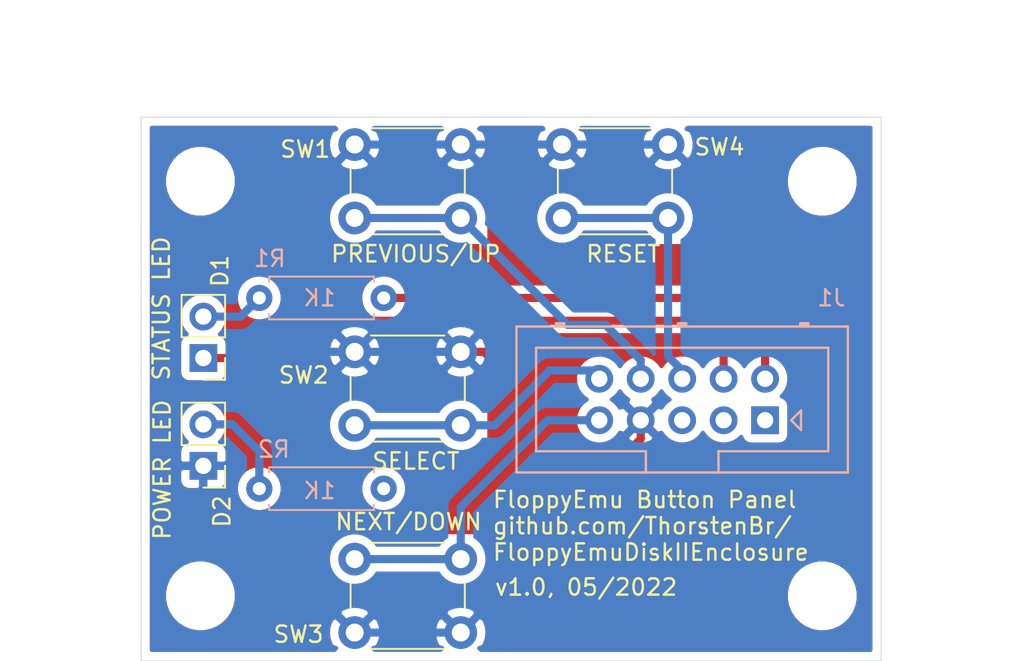
<source format=kicad_pcb>
(kicad_pcb (version 20171130) (host pcbnew 5.1.8-5.1.8)

  (general
    (thickness 1.6)
    (drawings 13)
    (tracks 57)
    (zones 0)
    (modules 13)
    (nets 13)
  )

  (page A4)
  (title_block
    (title "FloppyEmu Button Panel")
    (date 2022-05-16)
    (rev 1.0)
    (company "Thorsten Brehm")
  )

  (layers
    (0 F.Cu signal)
    (31 B.Cu signal)
    (32 B.Adhes user)
    (33 F.Adhes user)
    (34 B.Paste user)
    (35 F.Paste user)
    (36 B.SilkS user)
    (37 F.SilkS user)
    (38 B.Mask user)
    (39 F.Mask user)
    (40 Dwgs.User user)
    (41 Cmts.User user)
    (42 Eco1.User user)
    (43 Eco2.User user)
    (44 Edge.Cuts user)
    (45 Margin user)
    (46 B.CrtYd user)
    (47 F.CrtYd user)
    (48 B.Fab user)
    (49 F.Fab user)
  )

  (setup
    (last_trace_width 0.25)
    (user_trace_width 0.5)
    (trace_clearance 0.2)
    (zone_clearance 0.508)
    (zone_45_only no)
    (trace_min 0.2)
    (via_size 0.8)
    (via_drill 0.4)
    (via_min_size 0.4)
    (via_min_drill 0.3)
    (uvia_size 0.3)
    (uvia_drill 0.1)
    (uvias_allowed no)
    (uvia_min_size 0.2)
    (uvia_min_drill 0.1)
    (edge_width 0.05)
    (segment_width 0.2)
    (pcb_text_width 0.3)
    (pcb_text_size 1.5 1.5)
    (mod_edge_width 0.12)
    (mod_text_size 1 1)
    (mod_text_width 0.15)
    (pad_size 3.2 3.2)
    (pad_drill 3.2)
    (pad_to_mask_clearance 0)
    (aux_axis_origin 0 0)
    (visible_elements FFFFFF7F)
    (pcbplotparams
      (layerselection 0x010fc_ffffffff)
      (usegerberextensions false)
      (usegerberattributes true)
      (usegerberadvancedattributes true)
      (creategerberjobfile true)
      (excludeedgelayer true)
      (linewidth 0.100000)
      (plotframeref false)
      (viasonmask false)
      (mode 1)
      (useauxorigin false)
      (hpglpennumber 1)
      (hpglpenspeed 20)
      (hpglpendiameter 15.000000)
      (psnegative false)
      (psa4output false)
      (plotreference true)
      (plotvalue true)
      (plotinvisibletext false)
      (padsonsilk false)
      (subtractmaskfromsilk false)
      (outputformat 1)
      (mirror false)
      (drillshape 0)
      (scaleselection 1)
      (outputdirectory "/home/brehm/Daten/Hardware/3D/scad/FloppyEmu/pcb/Gerber/"))
  )

  (net 0 "")
  (net 1 +5V)
  (net 2 /SELECT)
  (net 3 /PREVIOUS)
  (net 4 /RESET)
  (net 5 /STATUS)
  (net 6 GND)
  (net 7 /NEXT)
  (net 8 "Net-(D1-Pad2)")
  (net 9 "Net-(J1-Pad5)")
  (net 10 "Net-(D2-Pad2)")
  (net 11 "Net-(J1-Pad3)")
  (net 12 "Net-(J1-Pad1)")

  (net_class Default "This is the default net class."
    (clearance 0.2)
    (trace_width 0.25)
    (via_dia 0.8)
    (via_drill 0.4)
    (uvia_dia 0.3)
    (uvia_drill 0.1)
    (add_net +5V)
    (add_net /NEXT)
    (add_net /PREVIOUS)
    (add_net /RESET)
    (add_net /SELECT)
    (add_net /STATUS)
    (add_net GND)
    (add_net "Net-(D1-Pad2)")
    (add_net "Net-(D2-Pad2)")
    (add_net "Net-(J1-Pad1)")
    (add_net "Net-(J1-Pad3)")
    (add_net "Net-(J1-Pad5)")
  )

  (module Mounting_Holes:MountingHole_3.2mm_M3 (layer F.Cu) (tedit 56D1B4CB) (tstamp 6282B512)
    (at 140.41 96.23)
    (descr "Mounting Hole 3.2mm, no annular, M3")
    (tags "mounting hole 3.2mm no annular m3")
    (path /6283B47E)
    (attr virtual)
    (fp_text reference H4 (at 0 -4.2) (layer F.SilkS) hide
      (effects (font (size 1 1) (thickness 0.15)))
    )
    (fp_text value MountingHole (at 0 4.2) (layer F.Fab) hide
      (effects (font (size 1 1) (thickness 0.15)))
    )
    (fp_circle (center 0 0) (end 3.45 0) (layer F.CrtYd) (width 0.05))
    (fp_circle (center 0 0) (end 3.2 0) (layer Cmts.User) (width 0.15))
    (fp_text user %R (at 0.3 0) (layer F.Fab)
      (effects (font (size 1 1) (thickness 0.15)))
    )
    (pad 1 np_thru_hole circle (at 0 0) (size 3.2 3.2) (drill 3.2) (layers *.Cu *.Mask))
  )

  (module Mounting_Holes:MountingHole_3.2mm_M3 (layer F.Cu) (tedit 56D1B4CB) (tstamp 6282B50F)
    (at 140.41 70.83)
    (descr "Mounting Hole 3.2mm, no annular, M3")
    (tags "mounting hole 3.2mm no annular m3")
    (path /6283B185)
    (attr virtual)
    (fp_text reference H3 (at 0 -4.2) (layer F.SilkS) hide
      (effects (font (size 1 1) (thickness 0.15)))
    )
    (fp_text value MountingHole (at 0 4.2) (layer F.Fab) hide
      (effects (font (size 1 1) (thickness 0.15)))
    )
    (fp_circle (center 0 0) (end 3.45 0) (layer F.CrtYd) (width 0.05))
    (fp_circle (center 0 0) (end 3.2 0) (layer Cmts.User) (width 0.15))
    (fp_text user %R (at 0.3 0) (layer F.Fab)
      (effects (font (size 1 1) (thickness 0.15)))
    )
    (pad 1 np_thru_hole circle (at 0 0) (size 3.2 3.2) (drill 3.2) (layers *.Cu *.Mask))
  )

  (module Mounting_Holes:MountingHole_3.2mm_M3 (layer F.Cu) (tedit 56D1B4CB) (tstamp 6282B6F4)
    (at 102.31 70.83)
    (descr "Mounting Hole 3.2mm, no annular, M3")
    (tags "mounting hole 3.2mm no annular m3")
    (path /6283AD76)
    (attr virtual)
    (fp_text reference H2 (at 0 -4.2) (layer F.SilkS) hide
      (effects (font (size 1 1) (thickness 0.15)))
    )
    (fp_text value MountingHole (at 0 4.2) (layer F.Fab) hide
      (effects (font (size 1 1) (thickness 0.15)))
    )
    (fp_circle (center 0 0) (end 3.45 0) (layer F.CrtYd) (width 0.05))
    (fp_circle (center 0 0) (end 3.2 0) (layer Cmts.User) (width 0.15))
    (fp_text user %R (at 0.3 0) (layer F.Fab)
      (effects (font (size 1 1) (thickness 0.15)))
    )
    (pad 1 np_thru_hole circle (at 0 0) (size 3.2 3.2) (drill 3.2) (layers *.Cu *.Mask))
  )

  (module Mounting_Holes:MountingHole_3.2mm_M3 (layer F.Cu) (tedit 56D1B4CB) (tstamp 6282B509)
    (at 102.31 96.23)
    (descr "Mounting Hole 3.2mm, no annular, M3")
    (tags "mounting hole 3.2mm no annular m3")
    (path /6283B6E3)
    (attr virtual)
    (fp_text reference H1 (at 0 -4.2) (layer F.SilkS) hide
      (effects (font (size 1 1) (thickness 0.15)))
    )
    (fp_text value MountingHole (at 0 4.2) (layer F.Fab) hide
      (effects (font (size 1 1) (thickness 0.15)))
    )
    (fp_circle (center 0 0) (end 3.45 0) (layer F.CrtYd) (width 0.05))
    (fp_circle (center 0 0) (end 3.2 0) (layer Cmts.User) (width 0.15))
    (fp_text user %R (at 0.3 0) (layer F.Fab)
      (effects (font (size 1 1) (thickness 0.15)))
    )
    (pad 1 np_thru_hole circle (at 0 0) (size 3.2 3.2) (drill 3.2) (layers *.Cu *.Mask))
  )

  (module ThorstensFootprints:Box_Header_2x05x2.54mm_Straight (layer B.Cu) (tedit 59B4401C) (tstamp 6280F71D)
    (at 136.906 85.471 180)
    (descr http://www.farnell.com/datasheets/1520732.pdf)
    (tags "connector multicomp MC9A MC9A12")
    (path /62826E2B)
    (fp_text reference J1 (at -4.064 7.493) (layer B.SilkS)
      (effects (font (size 1 1) (thickness 0.15)) (justify mirror))
    )
    (fp_text value ButtonPanelConnector (at 4.699 -4.953) (layer B.Paste) hide
      (effects (font (size 1 1) (thickness 0.15)) (justify mirror))
    )
    (fp_line (start 15.75 -3.7) (end -5.55 -3.7) (layer B.CrtYd) (width 0.05))
    (fp_line (start 15.75 6.25) (end 15.75 -3.7) (layer B.CrtYd) (width 0.05))
    (fp_line (start -5.55 6.25) (end 15.75 6.25) (layer B.CrtYd) (width 0.05))
    (fp_line (start -5.55 -3.7) (end -5.55 6.25) (layer B.CrtYd) (width 0.05))
    (fp_line (start -1.6 0) (end -2.2 -0.6) (layer B.SilkS) (width 0.15))
    (fp_line (start -2.2 0.6) (end -1.6 0) (layer B.SilkS) (width 0.15))
    (fp_line (start -2.2 -0.6) (end -2.2 0.6) (layer B.SilkS) (width 0.15))
    (fp_line (start -2.65 5.84) (end -2.15 5.84) (layer B.SilkS) (width 0.15))
    (fp_line (start -2.15 5.94) (end -2.15 5.74) (layer B.SilkS) (width 0.15))
    (fp_line (start -2.65 5.94) (end -2.15 5.94) (layer B.SilkS) (width 0.15))
    (fp_line (start -2.65 5.74) (end -2.65 5.94) (layer B.SilkS) (width 0.15))
    (fp_line (start 12.31 5.84) (end 12.81 5.84) (layer B.SilkS) (width 0.15))
    (fp_line (start 12.81 5.94) (end 12.81 5.74) (layer B.SilkS) (width 0.15))
    (fp_line (start 12.31 5.94) (end 12.81 5.94) (layer B.SilkS) (width 0.15))
    (fp_line (start 12.31 5.74) (end 12.31 5.94) (layer B.SilkS) (width 0.15))
    (fp_line (start 4.83 5.84) (end 5.33 5.84) (layer B.SilkS) (width 0.15))
    (fp_line (start 5.33 5.94) (end 5.33 5.74) (layer B.SilkS) (width 0.15))
    (fp_line (start 4.83 5.94) (end 5.33 5.94) (layer B.SilkS) (width 0.15))
    (fp_line (start 4.83 5.74) (end 4.83 5.94) (layer B.SilkS) (width 0.15))
    (fp_line (start 7.305 -1.9) (end 7.305 -3.2) (layer B.SilkS) (width 0.15))
    (fp_line (start 14.03 -1.9) (end 7.305 -1.9) (layer B.SilkS) (width 0.15))
    (fp_line (start 14.03 4.44) (end 14.03 -1.9) (layer B.SilkS) (width 0.15))
    (fp_line (start -3.87 4.44) (end 14.03 4.44) (layer B.SilkS) (width 0.15))
    (fp_line (start -3.87 -1.9) (end -3.87 4.44) (layer B.SilkS) (width 0.15))
    (fp_line (start 2.855 -1.9) (end -3.87 -1.9) (layer B.SilkS) (width 0.15))
    (fp_line (start 2.855 -3.2) (end 2.855 -1.9) (layer B.SilkS) (width 0.15))
    (fp_line (start 15.23 -3.2) (end -5.07 -3.2) (layer B.SilkS) (width 0.15))
    (fp_line (start 15.23 5.74) (end 15.23 -3.2) (layer B.SilkS) (width 0.15))
    (fp_line (start -5.07 5.74) (end 15.23 5.74) (layer B.SilkS) (width 0.15))
    (fp_line (start -5.07 -3.2) (end -5.07 5.74) (layer B.SilkS) (width 0.15))
    (fp_line (start -5.3 6) (end 15.5 6) (layer B.Fab) (width 0.1))
    (fp_line (start 15.5 6) (end 15.5 -3.5) (layer B.Fab) (width 0.1))
    (fp_line (start 15.5 -3.5) (end -5.3 -3.5) (layer B.Fab) (width 0.1))
    (fp_line (start -5.3 -3.5) (end -5.3 6) (layer B.Fab) (width 0.1))
    (fp_line (start -1.2 1.1) (end 1.2 1.1) (layer B.Fab) (width 0.1))
    (fp_line (start 1.2 1.1) (end 1.2 -1.2) (layer B.Fab) (width 0.1))
    (fp_line (start 1.2 -1.2) (end -1.2 -1.2) (layer B.Fab) (width 0.1))
    (fp_line (start -1.2 -1.2) (end -1.2 1.1) (layer B.Fab) (width 0.1))
    (fp_text user %R (at 13.716 -4.699 180) (layer B.Fab) hide
      (effects (font (size 1 1) (thickness 0.15)) (justify mirror))
    )
    (pad 10 thru_hole circle (at 10.16 2.54 180) (size 1.7 1.7) (drill 1) (layers *.Cu *.Mask)
      (net 2 /SELECT))
    (pad 9 thru_hole circle (at 10.16 0 180) (size 1.7 1.7) (drill 1) (layers *.Cu *.Mask)
      (net 7 /NEXT))
    (pad 8 thru_hole circle (at 7.62 2.54 180) (size 1.7 1.7) (drill 1) (layers *.Cu *.Mask)
      (net 3 /PREVIOUS))
    (pad 7 thru_hole circle (at 7.62 0 180) (size 1.7 1.7) (drill 1) (layers *.Cu *.Mask)
      (net 6 GND))
    (pad 6 thru_hole circle (at 5.08 2.54 180) (size 1.7 1.7) (drill 1) (layers *.Cu *.Mask)
      (net 4 /RESET))
    (pad 5 thru_hole circle (at 5.08 0 180) (size 1.7 1.7) (drill 1) (layers *.Cu *.Mask)
      (net 9 "Net-(J1-Pad5)"))
    (pad 4 thru_hole circle (at 2.54 2.54 180) (size 1.7 1.7) (drill 1) (layers *.Cu *.Mask)
      (net 5 /STATUS))
    (pad 3 thru_hole circle (at 2.54 0 180) (size 1.7 1.7) (drill 1) (layers *.Cu *.Mask)
      (net 11 "Net-(J1-Pad3)"))
    (pad 2 thru_hole circle (at 0 2.54 180) (size 1.7 1.7) (drill 1) (layers *.Cu *.Mask)
      (net 1 +5V))
    (pad 1 thru_hole rect (at 0 0 180) (size 1.7 1.7) (drill 1) (layers *.Cu *.Mask)
      (net 12 "Net-(J1-Pad1)"))
    (model ${KISYS3DMOD}/LibreSolar.3dshapes/Wuerth_WR-WTB_61201021621.stp
      (offset (xyz 5.079999923706055 1.269999980926514 4.499999932416782))
      (scale (xyz 1 1 1))
      (rotate (xyz 0 0 0))
    )
  )

  (module Resistors_THT:R_Axial_DIN0207_L6.3mm_D2.5mm_P7.62mm_Horizontal (layer B.Cu) (tedit 5874F706) (tstamp 6280EAEF)
    (at 113.538 89.662 180)
    (descr "Resistor, Axial_DIN0207 series, Axial, Horizontal, pin pitch=7.62mm, 0.25W = 1/4W, length*diameter=6.3*2.5mm^2, http://cdn-reichelt.de/documents/datenblatt/B400/1_4W%23YAG.pdf")
    (tags "Resistor Axial_DIN0207 series Axial Horizontal pin pitch 7.62mm 0.25W = 1/4W length 6.3mm diameter 2.5mm")
    (path /6274C43F)
    (fp_text reference R2 (at 6.731 2.413 180) (layer B.SilkS)
      (effects (font (size 1 1) (thickness 0.15)) (justify mirror))
    )
    (fp_text value 1K (at 3.937 -0.127 180) (layer B.SilkS)
      (effects (font (size 1 1) (thickness 0.15)) (justify mirror))
    )
    (fp_line (start 0.66 1.25) (end 0.66 -1.25) (layer B.Fab) (width 0.1))
    (fp_line (start 0.66 -1.25) (end 6.96 -1.25) (layer B.Fab) (width 0.1))
    (fp_line (start 6.96 -1.25) (end 6.96 1.25) (layer B.Fab) (width 0.1))
    (fp_line (start 6.96 1.25) (end 0.66 1.25) (layer B.Fab) (width 0.1))
    (fp_line (start 0 0) (end 0.66 0) (layer B.Fab) (width 0.1))
    (fp_line (start 7.62 0) (end 6.96 0) (layer B.Fab) (width 0.1))
    (fp_line (start 0.6 0.98) (end 0.6 1.31) (layer B.SilkS) (width 0.12))
    (fp_line (start 0.6 1.31) (end 7.02 1.31) (layer B.SilkS) (width 0.12))
    (fp_line (start 7.02 1.31) (end 7.02 0.98) (layer B.SilkS) (width 0.12))
    (fp_line (start 0.6 -0.98) (end 0.6 -1.31) (layer B.SilkS) (width 0.12))
    (fp_line (start 0.6 -1.31) (end 7.02 -1.31) (layer B.SilkS) (width 0.12))
    (fp_line (start 7.02 -1.31) (end 7.02 -0.98) (layer B.SilkS) (width 0.12))
    (fp_line (start -1.05 1.6) (end -1.05 -1.6) (layer B.CrtYd) (width 0.05))
    (fp_line (start -1.05 -1.6) (end 8.7 -1.6) (layer B.CrtYd) (width 0.05))
    (fp_line (start 8.7 -1.6) (end 8.7 1.6) (layer B.CrtYd) (width 0.05))
    (fp_line (start 8.7 1.6) (end -1.05 1.6) (layer B.CrtYd) (width 0.05))
    (pad 1 thru_hole circle (at 0 0 180) (size 1.6 1.6) (drill 0.8) (layers *.Cu *.Mask)
      (net 1 +5V))
    (pad 2 thru_hole oval (at 7.62 0 180) (size 1.6 1.6) (drill 0.8) (layers *.Cu *.Mask)
      (net 10 "Net-(D2-Pad2)"))
    (model ${KISYS3DMOD}/Resistors_THT.3dshapes/R_Axial_DIN0207_L6.3mm_D2.5mm_P7.62mm_Horizontal.wrl
      (at (xyz 0 0 0))
      (scale (xyz 0.393701 0.393701 0.393701))
      (rotate (xyz 0 0 0))
    )
  )

  (module Pin_Headers:Pin_Header_Straight_1x02_Pitch2.54mm (layer F.Cu) (tedit 59650532) (tstamp 628100A5)
    (at 102.489 88.265 180)
    (descr "Through hole straight pin header, 1x02, 2.54mm pitch, single row")
    (tags "Through hole pin header THT 1x02 2.54mm single row")
    (path /6274C215)
    (fp_text reference D2 (at -1.143 -2.794 90) (layer F.SilkS)
      (effects (font (size 1 1) (thickness 0.15)))
    )
    (fp_text value "POWER LED" (at 2.519 -0.235 90) (layer F.SilkS)
      (effects (font (size 1 1) (thickness 0.15)))
    )
    (fp_line (start -0.635 -1.27) (end 1.27 -1.27) (layer F.Fab) (width 0.1))
    (fp_line (start 1.27 -1.27) (end 1.27 3.81) (layer F.Fab) (width 0.1))
    (fp_line (start 1.27 3.81) (end -1.27 3.81) (layer F.Fab) (width 0.1))
    (fp_line (start -1.27 3.81) (end -1.27 -0.635) (layer F.Fab) (width 0.1))
    (fp_line (start -1.27 -0.635) (end -0.635 -1.27) (layer F.Fab) (width 0.1))
    (fp_line (start -1.33 3.87) (end 1.33 3.87) (layer F.SilkS) (width 0.12))
    (fp_line (start -1.33 1.27) (end -1.33 3.87) (layer F.SilkS) (width 0.12))
    (fp_line (start 1.33 1.27) (end 1.33 3.87) (layer F.SilkS) (width 0.12))
    (fp_line (start -1.33 1.27) (end 1.33 1.27) (layer F.SilkS) (width 0.12))
    (fp_line (start -1.33 0) (end -1.33 -1.33) (layer F.SilkS) (width 0.12))
    (fp_line (start -1.33 -1.33) (end 0 -1.33) (layer F.SilkS) (width 0.12))
    (fp_line (start -1.8 -1.8) (end -1.8 4.35) (layer F.CrtYd) (width 0.05))
    (fp_line (start -1.8 4.35) (end 1.8 4.35) (layer F.CrtYd) (width 0.05))
    (fp_line (start 1.8 4.35) (end 1.8 -1.8) (layer F.CrtYd) (width 0.05))
    (fp_line (start 1.8 -1.8) (end -1.8 -1.8) (layer F.CrtYd) (width 0.05))
    (fp_text user %R (at -2.54 2.032 90) (layer F.Fab) hide
      (effects (font (size 1 1) (thickness 0.15)))
    )
    (pad 1 thru_hole rect (at 0 0 180) (size 1.7 1.7) (drill 1) (layers *.Cu *.Mask)
      (net 6 GND))
    (pad 2 thru_hole oval (at 0 2.54 180) (size 1.7 1.7) (drill 1) (layers *.Cu *.Mask)
      (net 10 "Net-(D2-Pad2)"))
    (model ${KISYS3DMOD}/Pin_Headers.3dshapes/Pin_Header_Straight_1x02_Pitch2.54mm.wrl
      (at (xyz 0 0 0))
      (scale (xyz 1 1 1))
      (rotate (xyz 0 0 0))
    )
  )

  (module Resistors_THT:R_Axial_DIN0207_L6.3mm_D2.5mm_P7.62mm_Horizontal (layer B.Cu) (tedit 5874F706) (tstamp 6274511F)
    (at 113.538 77.978 180)
    (descr "Resistor, Axial_DIN0207 series, Axial, Horizontal, pin pitch=7.62mm, 0.25W = 1/4W, length*diameter=6.3*2.5mm^2, http://cdn-reichelt.de/documents/datenblatt/B400/1_4W%23YAG.pdf")
    (tags "Resistor Axial_DIN0207 series Axial Horizontal pin pitch 7.62mm 0.25W = 1/4W length 6.3mm diameter 2.5mm")
    (path /6274AF14)
    (fp_text reference R1 (at 6.985 2.413 180) (layer B.SilkS)
      (effects (font (size 1 1) (thickness 0.15)) (justify mirror))
    )
    (fp_text value 1K (at 3.937 0 180) (layer B.SilkS)
      (effects (font (size 1 1) (thickness 0.15)) (justify mirror))
    )
    (fp_line (start 0.66 1.25) (end 0.66 -1.25) (layer B.Fab) (width 0.1))
    (fp_line (start 0.66 -1.25) (end 6.96 -1.25) (layer B.Fab) (width 0.1))
    (fp_line (start 6.96 -1.25) (end 6.96 1.25) (layer B.Fab) (width 0.1))
    (fp_line (start 6.96 1.25) (end 0.66 1.25) (layer B.Fab) (width 0.1))
    (fp_line (start 0 0) (end 0.66 0) (layer B.Fab) (width 0.1))
    (fp_line (start 7.62 0) (end 6.96 0) (layer B.Fab) (width 0.1))
    (fp_line (start 0.6 0.98) (end 0.6 1.31) (layer B.SilkS) (width 0.12))
    (fp_line (start 0.6 1.31) (end 7.02 1.31) (layer B.SilkS) (width 0.12))
    (fp_line (start 7.02 1.31) (end 7.02 0.98) (layer B.SilkS) (width 0.12))
    (fp_line (start 0.6 -0.98) (end 0.6 -1.31) (layer B.SilkS) (width 0.12))
    (fp_line (start 0.6 -1.31) (end 7.02 -1.31) (layer B.SilkS) (width 0.12))
    (fp_line (start 7.02 -1.31) (end 7.02 -0.98) (layer B.SilkS) (width 0.12))
    (fp_line (start -1.05 1.6) (end -1.05 -1.6) (layer B.CrtYd) (width 0.05))
    (fp_line (start -1.05 -1.6) (end 8.7 -1.6) (layer B.CrtYd) (width 0.05))
    (fp_line (start 8.7 -1.6) (end 8.7 1.6) (layer B.CrtYd) (width 0.05))
    (fp_line (start 8.7 1.6) (end -1.05 1.6) (layer B.CrtYd) (width 0.05))
    (pad 1 thru_hole circle (at 0 0 180) (size 1.6 1.6) (drill 0.8) (layers *.Cu *.Mask)
      (net 1 +5V))
    (pad 2 thru_hole oval (at 7.62 0 180) (size 1.6 1.6) (drill 0.8) (layers *.Cu *.Mask)
      (net 8 "Net-(D1-Pad2)"))
    (model ${KISYS3DMOD}/Resistors_THT.3dshapes/R_Axial_DIN0207_L6.3mm_D2.5mm_P7.62mm_Horizontal.wrl
      (at (xyz 0 0 0))
      (scale (xyz 0.393701 0.393701 0.393701))
      (rotate (xyz 0 0 0))
    )
  )

  (module Pin_Headers:Pin_Header_Straight_1x02_Pitch2.54mm (layer F.Cu) (tedit 59650532) (tstamp 6280E674)
    (at 102.489 81.661 180)
    (descr "Through hole straight pin header, 1x02, 2.54mm pitch, single row")
    (tags "Through hole pin header THT 1x02 2.54mm single row")
    (path /6274B5B6)
    (fp_text reference D1 (at -1.016 5.334 90) (layer F.SilkS)
      (effects (font (size 1 1) (thickness 0.15)))
    )
    (fp_text value "STATUS LED" (at 2.569 3.041 90) (layer F.SilkS)
      (effects (font (size 1 1) (thickness 0.15)))
    )
    (fp_line (start -0.635 -1.27) (end 1.27 -1.27) (layer F.Fab) (width 0.1))
    (fp_line (start 1.27 -1.27) (end 1.27 3.81) (layer F.Fab) (width 0.1))
    (fp_line (start 1.27 3.81) (end -1.27 3.81) (layer F.Fab) (width 0.1))
    (fp_line (start -1.27 3.81) (end -1.27 -0.635) (layer F.Fab) (width 0.1))
    (fp_line (start -1.27 -0.635) (end -0.635 -1.27) (layer F.Fab) (width 0.1))
    (fp_line (start -1.33 3.87) (end 1.33 3.87) (layer F.SilkS) (width 0.12))
    (fp_line (start -1.33 1.27) (end -1.33 3.87) (layer F.SilkS) (width 0.12))
    (fp_line (start 1.33 1.27) (end 1.33 3.87) (layer F.SilkS) (width 0.12))
    (fp_line (start -1.33 1.27) (end 1.33 1.27) (layer F.SilkS) (width 0.12))
    (fp_line (start -1.33 0) (end -1.33 -1.33) (layer F.SilkS) (width 0.12))
    (fp_line (start -1.33 -1.33) (end 0 -1.33) (layer F.SilkS) (width 0.12))
    (fp_line (start -1.8 -1.8) (end -1.8 4.35) (layer F.CrtYd) (width 0.05))
    (fp_line (start -1.8 4.35) (end 1.8 4.35) (layer F.CrtYd) (width 0.05))
    (fp_line (start 1.8 4.35) (end 1.8 -1.8) (layer F.CrtYd) (width 0.05))
    (fp_line (start 1.8 -1.8) (end -1.8 -1.8) (layer F.CrtYd) (width 0.05))
    (fp_text user %R (at -2.667 0.127 90) (layer F.Fab) hide
      (effects (font (size 1 1) (thickness 0.15)))
    )
    (pad 1 thru_hole rect (at 0 0 180) (size 1.7 1.7) (drill 1) (layers *.Cu *.Mask)
      (net 5 /STATUS))
    (pad 2 thru_hole oval (at 0 2.54 180) (size 1.7 1.7) (drill 1) (layers *.Cu *.Mask)
      (net 8 "Net-(D1-Pad2)"))
    (model ${KISYS3DMOD}/Pin_Headers.3dshapes/Pin_Header_Straight_1x02_Pitch2.54mm.wrl
      (at (xyz 0 0 0))
      (scale (xyz 1 1 1))
      (rotate (xyz 0 0 0))
    )
  )

  (module Buttons_Switches_THT:SW_PUSH_6mm_h5mm (layer F.Cu) (tedit 5923F252) (tstamp 6274514C)
    (at 111.76 68.58)
    (descr "tactile push button, 6x6mm e.g. PHAP33xx series, height=5mm")
    (tags "tact sw push 6mm")
    (path /62744C78)
    (fp_text reference SW1 (at -3.03 0.29) (layer F.SilkS)
      (effects (font (size 1 1) (thickness 0.15)))
    )
    (fp_text value PREVIOUS/UP (at 3.75 6.7) (layer F.SilkS)
      (effects (font (size 1 1) (thickness 0.15)))
    )
    (fp_line (start 3.25 -0.75) (end 6.25 -0.75) (layer F.Fab) (width 0.1))
    (fp_line (start 6.25 -0.75) (end 6.25 5.25) (layer F.Fab) (width 0.1))
    (fp_line (start 6.25 5.25) (end 0.25 5.25) (layer F.Fab) (width 0.1))
    (fp_line (start 0.25 5.25) (end 0.25 -0.75) (layer F.Fab) (width 0.1))
    (fp_line (start 0.25 -0.75) (end 3.25 -0.75) (layer F.Fab) (width 0.1))
    (fp_line (start 7.75 6) (end 8 6) (layer F.CrtYd) (width 0.05))
    (fp_line (start 8 6) (end 8 5.75) (layer F.CrtYd) (width 0.05))
    (fp_line (start 7.75 -1.5) (end 8 -1.5) (layer F.CrtYd) (width 0.05))
    (fp_line (start 8 -1.5) (end 8 -1.25) (layer F.CrtYd) (width 0.05))
    (fp_line (start -1.5 -1.25) (end -1.5 -1.5) (layer F.CrtYd) (width 0.05))
    (fp_line (start -1.5 -1.5) (end -1.25 -1.5) (layer F.CrtYd) (width 0.05))
    (fp_line (start -1.5 5.75) (end -1.5 6) (layer F.CrtYd) (width 0.05))
    (fp_line (start -1.5 6) (end -1.25 6) (layer F.CrtYd) (width 0.05))
    (fp_line (start -1.25 -1.5) (end 7.75 -1.5) (layer F.CrtYd) (width 0.05))
    (fp_line (start -1.5 5.75) (end -1.5 -1.25) (layer F.CrtYd) (width 0.05))
    (fp_line (start 7.75 6) (end -1.25 6) (layer F.CrtYd) (width 0.05))
    (fp_line (start 8 -1.25) (end 8 5.75) (layer F.CrtYd) (width 0.05))
    (fp_line (start 1 5.5) (end 5.5 5.5) (layer F.SilkS) (width 0.12))
    (fp_line (start -0.25 1.5) (end -0.25 3) (layer F.SilkS) (width 0.12))
    (fp_line (start 5.5 -1) (end 1 -1) (layer F.SilkS) (width 0.12))
    (fp_line (start 6.75 3) (end 6.75 1.5) (layer F.SilkS) (width 0.12))
    (fp_circle (center 3.25 2.25) (end 1.25 2.5) (layer F.Fab) (width 0.1))
    (fp_text user %R (at 3.048 2.157999) (layer F.Fab) hide
      (effects (font (size 1 1) (thickness 0.15)))
    )
    (pad 1 thru_hole circle (at 6.5 0 90) (size 2 2) (drill 1.1) (layers *.Cu *.Mask)
      (net 6 GND))
    (pad 2 thru_hole circle (at 6.5 4.5 90) (size 2 2) (drill 1.1) (layers *.Cu *.Mask)
      (net 3 /PREVIOUS))
    (pad 1 thru_hole circle (at 0 0 90) (size 2 2) (drill 1.1) (layers *.Cu *.Mask)
      (net 6 GND))
    (pad 2 thru_hole circle (at 0 4.5 90) (size 2 2) (drill 1.1) (layers *.Cu *.Mask)
      (net 3 /PREVIOUS))
    (model ${KISYS3DMOD}/Buttons_Switches_THT.3dshapes/SW_PUSH_6mm_h5mm.wrl
      (offset (xyz 0.1269999980926514 0 0))
      (scale (xyz 0.3937 0.3937 0.3937))
      (rotate (xyz 0 0 0))
    )
  )

  (module Buttons_Switches_THT:SW_PUSH_6mm_h5mm (layer F.Cu) (tedit 5923F252) (tstamp 6274516B)
    (at 111.76 81.28)
    (descr "tactile push button, 6x6mm e.g. PHAP33xx series, height=5mm")
    (tags "tact sw push 6mm")
    (path /62744E61)
    (fp_text reference SW2 (at -3.12 1.43) (layer F.SilkS)
      (effects (font (size 1 1) (thickness 0.15)))
    )
    (fp_text value SELECT (at 3.75 6.7) (layer F.SilkS)
      (effects (font (size 1 1) (thickness 0.15)))
    )
    (fp_circle (center 3.25 2.25) (end 1.25 2.5) (layer F.Fab) (width 0.1))
    (fp_line (start 6.75 3) (end 6.75 1.5) (layer F.SilkS) (width 0.12))
    (fp_line (start 5.5 -1) (end 1 -1) (layer F.SilkS) (width 0.12))
    (fp_line (start -0.25 1.5) (end -0.25 3) (layer F.SilkS) (width 0.12))
    (fp_line (start 1 5.5) (end 5.5 5.5) (layer F.SilkS) (width 0.12))
    (fp_line (start 8 -1.25) (end 8 5.75) (layer F.CrtYd) (width 0.05))
    (fp_line (start 7.75 6) (end -1.25 6) (layer F.CrtYd) (width 0.05))
    (fp_line (start -1.5 5.75) (end -1.5 -1.25) (layer F.CrtYd) (width 0.05))
    (fp_line (start -1.25 -1.5) (end 7.75 -1.5) (layer F.CrtYd) (width 0.05))
    (fp_line (start -1.5 6) (end -1.25 6) (layer F.CrtYd) (width 0.05))
    (fp_line (start -1.5 5.75) (end -1.5 6) (layer F.CrtYd) (width 0.05))
    (fp_line (start -1.5 -1.5) (end -1.25 -1.5) (layer F.CrtYd) (width 0.05))
    (fp_line (start -1.5 -1.25) (end -1.5 -1.5) (layer F.CrtYd) (width 0.05))
    (fp_line (start 8 -1.5) (end 8 -1.25) (layer F.CrtYd) (width 0.05))
    (fp_line (start 7.75 -1.5) (end 8 -1.5) (layer F.CrtYd) (width 0.05))
    (fp_line (start 8 6) (end 8 5.75) (layer F.CrtYd) (width 0.05))
    (fp_line (start 7.75 6) (end 8 6) (layer F.CrtYd) (width 0.05))
    (fp_line (start 0.25 -0.75) (end 3.25 -0.75) (layer F.Fab) (width 0.1))
    (fp_line (start 0.25 5.25) (end 0.25 -0.75) (layer F.Fab) (width 0.1))
    (fp_line (start 6.25 5.25) (end 0.25 5.25) (layer F.Fab) (width 0.1))
    (fp_line (start 6.25 -0.75) (end 6.25 5.25) (layer F.Fab) (width 0.1))
    (fp_line (start 3.25 -0.75) (end 6.25 -0.75) (layer F.Fab) (width 0.1))
    (fp_text user %R (at 3.25 2.25) (layer F.Fab) hide
      (effects (font (size 1 1) (thickness 0.15)))
    )
    (pad 2 thru_hole circle (at 0 4.5 90) (size 2 2) (drill 1.1) (layers *.Cu *.Mask)
      (net 2 /SELECT))
    (pad 1 thru_hole circle (at 0 0 90) (size 2 2) (drill 1.1) (layers *.Cu *.Mask)
      (net 6 GND))
    (pad 2 thru_hole circle (at 6.5 4.5 90) (size 2 2) (drill 1.1) (layers *.Cu *.Mask)
      (net 2 /SELECT))
    (pad 1 thru_hole circle (at 6.5 0 90) (size 2 2) (drill 1.1) (layers *.Cu *.Mask)
      (net 6 GND))
    (model ${KISYS3DMOD}/Buttons_Switches_THT.3dshapes/SW_PUSH_6mm_h5mm.wrl
      (offset (xyz 0.1269999980926514 0 0))
      (scale (xyz 0.3937 0.3937 0.3937))
      (rotate (xyz 0 0 0))
    )
  )

  (module Buttons_Switches_THT:SW_PUSH_6mm_h5mm (layer F.Cu) (tedit 5923F252) (tstamp 627454DD)
    (at 111.76 93.98)
    (descr "tactile push button, 6x6mm e.g. PHAP33xx series, height=5mm")
    (tags "tact sw push 6mm")
    (path /62745058)
    (fp_text reference SW3 (at -3.44 4.61) (layer F.SilkS)
      (effects (font (size 1 1) (thickness 0.15)))
    )
    (fp_text value NEXT/DOWN (at 3.302 -2.286) (layer F.SilkS)
      (effects (font (size 1 1) (thickness 0.15)))
    )
    (fp_line (start 3.25 -0.75) (end 6.25 -0.75) (layer F.Fab) (width 0.1))
    (fp_line (start 6.25 -0.75) (end 6.25 5.25) (layer F.Fab) (width 0.1))
    (fp_line (start 6.25 5.25) (end 0.25 5.25) (layer F.Fab) (width 0.1))
    (fp_line (start 0.25 5.25) (end 0.25 -0.75) (layer F.Fab) (width 0.1))
    (fp_line (start 0.25 -0.75) (end 3.25 -0.75) (layer F.Fab) (width 0.1))
    (fp_line (start 7.75 6) (end 8 6) (layer F.CrtYd) (width 0.05))
    (fp_line (start 8 6) (end 8 5.75) (layer F.CrtYd) (width 0.05))
    (fp_line (start 7.75 -1.5) (end 8 -1.5) (layer F.CrtYd) (width 0.05))
    (fp_line (start 8 -1.5) (end 8 -1.25) (layer F.CrtYd) (width 0.05))
    (fp_line (start -1.5 -1.25) (end -1.5 -1.5) (layer F.CrtYd) (width 0.05))
    (fp_line (start -1.5 -1.5) (end -1.25 -1.5) (layer F.CrtYd) (width 0.05))
    (fp_line (start -1.5 5.75) (end -1.5 6) (layer F.CrtYd) (width 0.05))
    (fp_line (start -1.5 6) (end -1.25 6) (layer F.CrtYd) (width 0.05))
    (fp_line (start -1.25 -1.5) (end 7.75 -1.5) (layer F.CrtYd) (width 0.05))
    (fp_line (start -1.5 5.75) (end -1.5 -1.25) (layer F.CrtYd) (width 0.05))
    (fp_line (start 7.75 6) (end -1.25 6) (layer F.CrtYd) (width 0.05))
    (fp_line (start 8 -1.25) (end 8 5.75) (layer F.CrtYd) (width 0.05))
    (fp_line (start 1 5.5) (end 5.5 5.5) (layer F.SilkS) (width 0.12))
    (fp_line (start -0.25 1.5) (end -0.25 3) (layer F.SilkS) (width 0.12))
    (fp_line (start 5.5 -1) (end 1 -1) (layer F.SilkS) (width 0.12))
    (fp_line (start 6.75 3) (end 6.75 1.5) (layer F.SilkS) (width 0.12))
    (fp_circle (center 3.25 2.25) (end 1.25 2.5) (layer F.Fab) (width 0.1))
    (fp_text user %R (at 3.25 2.25) (layer F.Fab) hide
      (effects (font (size 1 1) (thickness 0.15)))
    )
    (pad 1 thru_hole circle (at 6.5 0 90) (size 2 2) (drill 1.1) (layers *.Cu *.Mask)
      (net 7 /NEXT))
    (pad 2 thru_hole circle (at 6.5 4.5 90) (size 2 2) (drill 1.1) (layers *.Cu *.Mask)
      (net 6 GND))
    (pad 1 thru_hole circle (at 0 0 90) (size 2 2) (drill 1.1) (layers *.Cu *.Mask)
      (net 7 /NEXT))
    (pad 2 thru_hole circle (at 0 4.5 90) (size 2 2) (drill 1.1) (layers *.Cu *.Mask)
      (net 6 GND))
    (model ${KISYS3DMOD}/Buttons_Switches_THT.3dshapes/SW_PUSH_6mm_h5mm.wrl
      (offset (xyz 0.1269999980926514 0 0))
      (scale (xyz 0.3937 0.3937 0.3937))
      (rotate (xyz 0 0 0))
    )
  )

  (module Buttons_Switches_THT:SW_PUSH_6mm_h5mm (layer F.Cu) (tedit 5923F252) (tstamp 627451A9)
    (at 124.46 68.58)
    (descr "tactile push button, 6x6mm e.g. PHAP33xx series, height=5mm")
    (tags "tact sw push 6mm")
    (path /62745342)
    (fp_text reference SW4 (at 9.65 0.15) (layer F.SilkS)
      (effects (font (size 1 1) (thickness 0.15)))
    )
    (fp_text value RESET (at 3.75 6.7) (layer F.SilkS)
      (effects (font (size 1 1) (thickness 0.15)))
    )
    (fp_circle (center 3.25 2.25) (end 1.25 2.5) (layer F.Fab) (width 0.1))
    (fp_line (start 6.75 3) (end 6.75 1.5) (layer F.SilkS) (width 0.12))
    (fp_line (start 5.5 -1) (end 1 -1) (layer F.SilkS) (width 0.12))
    (fp_line (start -0.25 1.5) (end -0.25 3) (layer F.SilkS) (width 0.12))
    (fp_line (start 1 5.5) (end 5.5 5.5) (layer F.SilkS) (width 0.12))
    (fp_line (start 8 -1.25) (end 8 5.75) (layer F.CrtYd) (width 0.05))
    (fp_line (start 7.75 6) (end -1.25 6) (layer F.CrtYd) (width 0.05))
    (fp_line (start -1.5 5.75) (end -1.5 -1.25) (layer F.CrtYd) (width 0.05))
    (fp_line (start -1.25 -1.5) (end 7.75 -1.5) (layer F.CrtYd) (width 0.05))
    (fp_line (start -1.5 6) (end -1.25 6) (layer F.CrtYd) (width 0.05))
    (fp_line (start -1.5 5.75) (end -1.5 6) (layer F.CrtYd) (width 0.05))
    (fp_line (start -1.5 -1.5) (end -1.25 -1.5) (layer F.CrtYd) (width 0.05))
    (fp_line (start -1.5 -1.25) (end -1.5 -1.5) (layer F.CrtYd) (width 0.05))
    (fp_line (start 8 -1.5) (end 8 -1.25) (layer F.CrtYd) (width 0.05))
    (fp_line (start 7.75 -1.5) (end 8 -1.5) (layer F.CrtYd) (width 0.05))
    (fp_line (start 8 6) (end 8 5.75) (layer F.CrtYd) (width 0.05))
    (fp_line (start 7.75 6) (end 8 6) (layer F.CrtYd) (width 0.05))
    (fp_line (start 0.25 -0.75) (end 3.25 -0.75) (layer F.Fab) (width 0.1))
    (fp_line (start 0.25 5.25) (end 0.25 -0.75) (layer F.Fab) (width 0.1))
    (fp_line (start 6.25 5.25) (end 0.25 5.25) (layer F.Fab) (width 0.1))
    (fp_line (start 6.25 -0.75) (end 6.25 5.25) (layer F.Fab) (width 0.1))
    (fp_line (start 3.25 -0.75) (end 6.25 -0.75) (layer F.Fab) (width 0.1))
    (fp_text user %R (at 3.484999 2.411999) (layer F.Fab) hide
      (effects (font (size 1 1) (thickness 0.15)))
    )
    (pad 2 thru_hole circle (at 0 4.5 90) (size 2 2) (drill 1.1) (layers *.Cu *.Mask)
      (net 4 /RESET))
    (pad 1 thru_hole circle (at 0 0 90) (size 2 2) (drill 1.1) (layers *.Cu *.Mask)
      (net 6 GND))
    (pad 2 thru_hole circle (at 6.5 4.5 90) (size 2 2) (drill 1.1) (layers *.Cu *.Mask)
      (net 4 /RESET))
    (pad 1 thru_hole circle (at 6.5 0 90) (size 2 2) (drill 1.1) (layers *.Cu *.Mask)
      (net 6 GND))
    (model ${KISYS3DMOD}/Buttons_Switches_THT.3dshapes/SW_PUSH_6mm_h5mm.wrl
      (offset (xyz 0.1269999980926514 0 0))
      (scale (xyz 0.3937 0.3937 0.3937))
      (rotate (xyz 0 0 0))
    )
  )

  (gr_text "v1.0, 05/2022" (at 120.27 95.7) (layer F.SilkS)
    (effects (font (size 1 1) (thickness 0.15)) (justify left))
  )
  (dimension 12.7 (width 0.15) (layer Dwgs.User) (tstamp 62834516)
    (gr_text "12,700 mm" (at 134.06 64.25) (layer Dwgs.User) (tstamp 62834516)
      (effects (font (size 1 1) (thickness 0.15)))
    )
    (feature1 (pts (xy 127.71 70.88) (xy 127.71 64.963579)))
    (feature2 (pts (xy 140.41 70.88) (xy 140.41 64.963579)))
    (crossbar (pts (xy 140.41 65.55) (xy 127.71 65.55)))
    (arrow1a (pts (xy 127.71 65.55) (xy 128.836504 64.963579)))
    (arrow1b (pts (xy 127.71 65.55) (xy 128.836504 66.136421)))
    (arrow2a (pts (xy 140.41 65.55) (xy 139.283496 64.963579)))
    (arrow2b (pts (xy 140.41 65.55) (xy 139.283496 66.136421)))
  )
  (dimension 12.7 (width 0.15) (layer Dwgs.User)
    (gr_text "12,700 mm" (at 108.66 64.2) (layer Dwgs.User)
      (effects (font (size 1 1) (thickness 0.15)))
    )
    (feature1 (pts (xy 102.31 70.83) (xy 102.31 64.913579)))
    (feature2 (pts (xy 115.01 70.83) (xy 115.01 64.913579)))
    (crossbar (pts (xy 115.01 65.5) (xy 102.31 65.5)))
    (arrow1a (pts (xy 102.31 65.5) (xy 103.436504 64.913579)))
    (arrow1b (pts (xy 102.31 65.5) (xy 103.436504 66.086421)))
    (arrow2a (pts (xy 115.01 65.5) (xy 113.883496 64.913579)))
    (arrow2b (pts (xy 115.01 65.5) (xy 113.883496 66.086421)))
  )
  (gr_text "FloppyEmu Button Panel\ngithub.com/ThorstenBr/\nFloppyEmuDiskIIEnclosure" (at 120.142 91.948) (layer F.SilkS)
    (effects (font (size 1 1) (thickness 0.15)) (justify left))
  )
  (dimension 12.7 (width 0.15) (layer Dwgs.User)
    (gr_text "12,700 mm" (at 93.696 89.88 270) (layer Dwgs.User)
      (effects (font (size 1 1) (thickness 0.15)))
    )
    (feature1 (pts (xy 115.01 96.23) (xy 94.409579 96.23)))
    (feature2 (pts (xy 115.01 83.53) (xy 94.409579 83.53)))
    (crossbar (pts (xy 94.996 83.53) (xy 94.996 96.23)))
    (arrow1a (pts (xy 94.996 96.23) (xy 94.409579 95.103496)))
    (arrow1b (pts (xy 94.996 96.23) (xy 95.582421 95.103496)))
    (arrow2a (pts (xy 94.996 83.53) (xy 94.409579 84.656504)))
    (arrow2b (pts (xy 94.996 83.53) (xy 95.582421 84.656504)))
  )
  (dimension 12.7 (width 0.15) (layer Dwgs.User)
    (gr_text "12,700 mm" (at 93.696 77.18 270) (layer Dwgs.User)
      (effects (font (size 1 1) (thickness 0.15)))
    )
    (feature1 (pts (xy 115.01 83.53) (xy 94.409579 83.53)))
    (feature2 (pts (xy 115.01 70.83) (xy 94.409579 70.83)))
    (crossbar (pts (xy 94.996 70.83) (xy 94.996 83.53)))
    (arrow1a (pts (xy 94.996 83.53) (xy 94.409579 82.403496)))
    (arrow1b (pts (xy 94.996 83.53) (xy 95.582421 82.403496)))
    (arrow2a (pts (xy 94.996 70.83) (xy 94.409579 71.956504)))
    (arrow2b (pts (xy 94.996 70.83) (xy 95.582421 71.956504)))
  )
  (dimension 38.1 (width 0.15) (layer Dwgs.User)
    (gr_text "38,100 mm" (at 121.412 60.422) (layer Dwgs.User)
      (effects (font (size 1 1) (thickness 0.15)))
    )
    (feature1 (pts (xy 140.462 70.866) (xy 140.462 61.135579)))
    (feature2 (pts (xy 102.362 70.866) (xy 102.362 61.135579)))
    (crossbar (pts (xy 102.362 61.722) (xy 140.462 61.722)))
    (arrow1a (pts (xy 140.462 61.722) (xy 139.335496 62.308421)))
    (arrow1b (pts (xy 140.462 61.722) (xy 139.335496 61.135579)))
    (arrow2a (pts (xy 102.362 61.722) (xy 103.488504 62.308421)))
    (arrow2b (pts (xy 102.362 61.722) (xy 103.488504 61.135579)))
  )
  (dimension 12.7 (width 0.15) (layer Dwgs.User)
    (gr_text "12,700 mm" (at 121.36 64.232) (layer Dwgs.User)
      (effects (font (size 1 1) (thickness 0.15)))
    )
    (feature1 (pts (xy 127.71 70.83) (xy 127.71 64.945579)))
    (feature2 (pts (xy 115.01 70.83) (xy 115.01 64.945579)))
    (crossbar (pts (xy 115.01 65.532) (xy 127.71 65.532)))
    (arrow1a (pts (xy 127.71 65.532) (xy 126.583496 66.118421)))
    (arrow1b (pts (xy 127.71 65.532) (xy 126.583496 64.945579)))
    (arrow2a (pts (xy 115.01 65.532) (xy 116.136504 66.118421)))
    (arrow2b (pts (xy 115.01 65.532) (xy 116.136504 64.945579)))
  )
  (dimension 25.4 (width 0.15) (layer Dwgs.User)
    (gr_text "25,400 mm" (at 151.414 83.566 270) (layer Dwgs.User)
      (effects (font (size 1 1) (thickness 0.15)))
    )
    (feature1 (pts (xy 140.462 96.266) (xy 150.700421 96.266)))
    (feature2 (pts (xy 140.462 70.866) (xy 150.700421 70.866)))
    (crossbar (pts (xy 150.114 70.866) (xy 150.114 96.266)))
    (arrow1a (pts (xy 150.114 96.266) (xy 149.527579 95.139496)))
    (arrow1b (pts (xy 150.114 96.266) (xy 150.700421 95.139496)))
    (arrow2a (pts (xy 150.114 70.866) (xy 149.527579 71.992504)))
    (arrow2b (pts (xy 150.114 70.866) (xy 150.700421 71.992504)))
  )
  (gr_line (start 144.018 66.9) (end 98.679 66.9) (layer Edge.Cuts) (width 0.05) (tstamp 6282A99C))
  (gr_line (start 144.018 100.2) (end 144.018 66.9) (layer Edge.Cuts) (width 0.05))
  (gr_line (start 98.679 100.2) (end 144.018 100.2) (layer Edge.Cuts) (width 0.05))
  (gr_line (start 98.679 66.9) (end 98.679 100.2) (layer Edge.Cuts) (width 0.05))

  (segment (start 136.906 81.28) (end 136.906 82.423) (width 0.5) (layer F.Cu) (net 1))
  (segment (start 133.604 77.978) (end 136.906 81.28) (width 0.5) (layer F.Cu) (net 1))
  (segment (start 113.538 77.978) (end 133.604 77.978) (width 0.5) (layer F.Cu) (net 1))
  (segment (start 118.618 86.138) (end 118.26 85.78) (width 0.5) (layer B.Cu) (net 2))
  (segment (start 118.26 85.78) (end 111.76 85.78) (width 0.5) (layer B.Cu) (net 2))
  (segment (start 118.26 85.78) (end 120.341 85.78) (width 0.5) (layer B.Cu) (net 2))
  (segment (start 123.698 82.423) (end 126.746 82.423) (width 0.5) (layer B.Cu) (net 2))
  (segment (start 120.341 85.78) (end 123.698 82.423) (width 0.5) (layer B.Cu) (net 2))
  (segment (start 111.76 73.08) (end 118.26 73.08) (width 0.5) (layer B.Cu) (net 3))
  (segment (start 118.26 73.08) (end 124.809 79.629) (width 0.5) (layer B.Cu) (net 3))
  (segment (start 124.809 79.629) (end 127.127 79.629) (width 0.5) (layer B.Cu) (net 3))
  (segment (start 129.286 81.788) (end 129.286 82.423) (width 0.5) (layer B.Cu) (net 3))
  (segment (start 127.127 79.629) (end 129.286 81.788) (width 0.5) (layer B.Cu) (net 3))
  (segment (start 124.46 73.08) (end 130.96 73.08) (width 0.5) (layer B.Cu) (net 4))
  (segment (start 130.96 81.557) (end 131.826 82.423) (width 0.5) (layer B.Cu) (net 4))
  (segment (start 130.96 73.08) (end 130.96 81.557) (width 0.5) (layer B.Cu) (net 4))
  (segment (start 134.366 81.28) (end 134.366 82.423) (width 0.5) (layer F.Cu) (net 5))
  (segment (start 132.461 79.375) (end 134.366 81.28) (width 0.5) (layer F.Cu) (net 5))
  (segment (start 109.982 79.375) (end 132.461 79.375) (width 0.5) (layer F.Cu) (net 5))
  (segment (start 107.696 81.661) (end 109.982 79.375) (width 0.5) (layer F.Cu) (net 5))
  (segment (start 102.489 81.661) (end 107.696 81.661) (width 0.5) (layer F.Cu) (net 5))
  (segment (start 111.76 68.58) (end 124.46 68.58) (width 0.25) (layer B.Cu) (net 6))
  (segment (start 111.76 81.28) (end 108.458 81.28) (width 0.25) (layer B.Cu) (net 6))
  (segment (start 108.458 81.28) (end 108.458 71.882) (width 0.25) (layer B.Cu) (net 6))
  (segment (start 111.76 81.28) (end 118.26 81.28) (width 0.25) (layer B.Cu) (net 6))
  (segment (start 124.46 68.58) (end 130.96 68.58) (width 0.25) (layer B.Cu) (net 6))
  (segment (start 108.458 89.408) (end 108.458 81.28) (width 0.25) (layer B.Cu) (net 6))
  (segment (start 108.458 95.178) (end 108.458 89.408) (width 0.25) (layer B.Cu) (net 6))
  (segment (start 110.272 96.992) (end 108.458 95.178) (width 0.25) (layer B.Cu) (net 6))
  (segment (start 111.76 98.48) (end 110.272 96.992) (width 0.25) (layer B.Cu) (net 6))
  (segment (start 111.76 68.58) (end 130.96 68.58) (width 0.5) (layer B.Cu) (net 6))
  (segment (start 111.76 68.58) (end 108.458 71.882) (width 0.5) (layer B.Cu) (net 6))
  (segment (start 111.76 98.48) (end 108.458 95.178) (width 0.5) (layer B.Cu) (net 6))
  (segment (start 110.236 97.028) (end 110.272 96.992) (width 0.5) (layer B.Cu) (net 6))
  (segment (start 111.76 98.48) (end 118.26 98.48) (width 0.5) (layer B.Cu) (net 6))
  (segment (start 118.26 81.28) (end 108.458 81.28) (width 0.5) (layer B.Cu) (net 6))
  (segment (start 102.489 88.265) (end 102.489 89.662) (width 0.5) (layer B.Cu) (net 6))
  (segment (start 104.648 91.821) (end 108.458 91.821) (width 0.5) (layer B.Cu) (net 6))
  (segment (start 102.489 89.662) (end 104.648 91.821) (width 0.5) (layer B.Cu) (net 6))
  (segment (start 108.458 91.821) (end 108.458 95.178) (width 0.5) (layer B.Cu) (net 6))
  (segment (start 108.458 71.882) (end 108.458 91.821) (width 0.5) (layer B.Cu) (net 6))
  (segment (start 129.286 84.963) (end 129.286 86.614) (width 0.5) (layer F.Cu) (net 6))
  (segment (start 129.286 86.614) (end 128.397 87.503) (width 0.5) (layer F.Cu) (net 6))
  (segment (start 125.857 87.462787) (end 125.857 87.503) (width 0.5) (layer F.Cu) (net 6))
  (segment (start 119.674213 81.28) (end 125.857 87.462787) (width 0.5) (layer F.Cu) (net 6))
  (segment (start 118.26 81.28) (end 119.674213 81.28) (width 0.5) (layer F.Cu) (net 6))
  (segment (start 128.397 87.503) (end 125.857 87.503) (width 0.5) (layer F.Cu) (net 6))
  (segment (start 126.746 84.963) (end 126.746 85.494) (width 0.5) (layer B.Cu) (net 7))
  (segment (start 118.26 93.98) (end 111.76 93.98) (width 0.5) (layer B.Cu) (net 7))
  (segment (start 118.26 93.98) (end 118.26 90.782) (width 0.5) (layer B.Cu) (net 7))
  (segment (start 123.571 85.471) (end 126.746 85.471) (width 0.5) (layer B.Cu) (net 7))
  (segment (start 118.26 90.782) (end 123.571 85.471) (width 0.5) (layer B.Cu) (net 7))
  (segment (start 104.775 79.121) (end 105.918 77.978) (width 0.5) (layer B.Cu) (net 8))
  (segment (start 102.489 79.121) (end 104.775 79.121) (width 0.5) (layer B.Cu) (net 8))
  (segment (start 105.918 89.662) (end 105.918 87.376) (width 0.5) (layer B.Cu) (net 10))
  (segment (start 104.267 85.725) (end 102.489 85.725) (width 0.5) (layer B.Cu) (net 10))
  (segment (start 105.918 87.376) (end 104.267 85.725) (width 0.5) (layer B.Cu) (net 10))

  (zone (net 6) (net_name GND) (layer B.Cu) (tstamp 628349C4) (hatch edge 0.508)
    (connect_pads (clearance 0.508))
    (min_thickness 0.254)
    (fill yes (arc_segments 32) (thermal_gap 0.508) (thermal_bridge_width 0.508))
    (polygon
      (pts
        (xy 144 100.2) (xy 98.7 100.2) (xy 98.7 66.9) (xy 144 66.9)
      )
    )
    (filled_polygon
      (pts
        (xy 110.624585 67.624193) (xy 110.360186 67.719956) (xy 110.219296 68.009571) (xy 110.137616 68.321108) (xy 110.118282 68.642595)
        (xy 110.162039 68.961675) (xy 110.267205 69.266088) (xy 110.360186 69.440044) (xy 110.624587 69.535808) (xy 111.580395 68.58)
        (xy 111.566253 68.565858) (xy 111.745858 68.386253) (xy 111.76 68.400395) (xy 111.774143 68.386253) (xy 111.953748 68.565858)
        (xy 111.939605 68.58) (xy 112.895413 69.535808) (xy 113.159814 69.440044) (xy 113.300704 69.150429) (xy 113.382384 68.838892)
        (xy 113.401718 68.517405) (xy 113.357961 68.198325) (xy 113.252795 67.893912) (xy 113.159814 67.719956) (xy 112.895415 67.624193)
        (xy 112.959608 67.56) (xy 117.060392 67.56) (xy 117.124585 67.624193) (xy 116.860186 67.719956) (xy 116.719296 68.009571)
        (xy 116.637616 68.321108) (xy 116.618282 68.642595) (xy 116.662039 68.961675) (xy 116.767205 69.266088) (xy 116.860186 69.440044)
        (xy 117.124587 69.535808) (xy 118.080395 68.58) (xy 118.066253 68.565858) (xy 118.245858 68.386253) (xy 118.26 68.400395)
        (xy 118.274143 68.386253) (xy 118.453748 68.565858) (xy 118.439605 68.58) (xy 119.395413 69.535808) (xy 119.659814 69.440044)
        (xy 119.800704 69.150429) (xy 119.882384 68.838892) (xy 119.901718 68.517405) (xy 119.857961 68.198325) (xy 119.752795 67.893912)
        (xy 119.659814 67.719956) (xy 119.395415 67.624193) (xy 119.459608 67.56) (xy 123.260392 67.56) (xy 123.324585 67.624193)
        (xy 123.060186 67.719956) (xy 122.919296 68.009571) (xy 122.837616 68.321108) (xy 122.818282 68.642595) (xy 122.862039 68.961675)
        (xy 122.967205 69.266088) (xy 123.060186 69.440044) (xy 123.324587 69.535808) (xy 124.280395 68.58) (xy 124.266253 68.565858)
        (xy 124.445858 68.386253) (xy 124.46 68.400395) (xy 124.474143 68.386253) (xy 124.653748 68.565858) (xy 124.639605 68.58)
        (xy 125.595413 69.535808) (xy 125.859814 69.440044) (xy 126.000704 69.150429) (xy 126.082384 68.838892) (xy 126.101718 68.517405)
        (xy 126.057961 68.198325) (xy 125.952795 67.893912) (xy 125.859814 67.719956) (xy 125.595415 67.624193) (xy 125.659608 67.56)
        (xy 129.760392 67.56) (xy 129.824585 67.624193) (xy 129.560186 67.719956) (xy 129.419296 68.009571) (xy 129.337616 68.321108)
        (xy 129.318282 68.642595) (xy 129.362039 68.961675) (xy 129.467205 69.266088) (xy 129.560186 69.440044) (xy 129.824587 69.535808)
        (xy 130.780395 68.58) (xy 130.766253 68.565858) (xy 130.945858 68.386253) (xy 130.96 68.400395) (xy 130.974143 68.386253)
        (xy 131.153748 68.565858) (xy 131.139605 68.58) (xy 132.095413 69.535808) (xy 132.359814 69.440044) (xy 132.500704 69.150429)
        (xy 132.582384 68.838892) (xy 132.601718 68.517405) (xy 132.557961 68.198325) (xy 132.452795 67.893912) (xy 132.359814 67.719956)
        (xy 132.095415 67.624193) (xy 132.159608 67.56) (xy 143.358001 67.56) (xy 143.358 99.54) (xy 119.499608 99.54)
        (xy 119.395415 99.435807) (xy 119.659814 99.340044) (xy 119.800704 99.050429) (xy 119.882384 98.738892) (xy 119.901718 98.417405)
        (xy 119.857961 98.098325) (xy 119.752795 97.793912) (xy 119.659814 97.619956) (xy 119.395413 97.524192) (xy 118.439605 98.48)
        (xy 118.453748 98.494143) (xy 118.274143 98.673748) (xy 118.26 98.659605) (xy 118.245858 98.673748) (xy 118.066253 98.494143)
        (xy 118.080395 98.48) (xy 117.124587 97.524192) (xy 116.860186 97.619956) (xy 116.719296 97.909571) (xy 116.637616 98.221108)
        (xy 116.618282 98.542595) (xy 116.662039 98.861675) (xy 116.767205 99.166088) (xy 116.860186 99.340044) (xy 117.124585 99.435807)
        (xy 117.020392 99.54) (xy 112.999608 99.54) (xy 112.895415 99.435807) (xy 113.159814 99.340044) (xy 113.300704 99.050429)
        (xy 113.382384 98.738892) (xy 113.401718 98.417405) (xy 113.357961 98.098325) (xy 113.252795 97.793912) (xy 113.159814 97.619956)
        (xy 112.895413 97.524192) (xy 111.939605 98.48) (xy 111.953748 98.494143) (xy 111.774143 98.673748) (xy 111.76 98.659605)
        (xy 111.745858 98.673748) (xy 111.566253 98.494143) (xy 111.580395 98.48) (xy 110.624587 97.524192) (xy 110.360186 97.619956)
        (xy 110.219296 97.909571) (xy 110.137616 98.221108) (xy 110.118282 98.542595) (xy 110.162039 98.861675) (xy 110.267205 99.166088)
        (xy 110.360186 99.340044) (xy 110.624585 99.435807) (xy 110.520392 99.54) (xy 99.339 99.54) (xy 99.339 96.009872)
        (xy 100.075 96.009872) (xy 100.075 96.450128) (xy 100.16089 96.881925) (xy 100.329369 97.288669) (xy 100.573962 97.654729)
        (xy 100.885271 97.966038) (xy 101.251331 98.210631) (xy 101.658075 98.37911) (xy 102.089872 98.465) (xy 102.530128 98.465)
        (xy 102.961925 98.37911) (xy 103.368669 98.210631) (xy 103.734729 97.966038) (xy 104.046038 97.654729) (xy 104.253267 97.344587)
        (xy 110.804192 97.344587) (xy 111.76 98.300395) (xy 112.715808 97.344587) (xy 117.304192 97.344587) (xy 118.26 98.300395)
        (xy 119.215808 97.344587) (xy 119.120044 97.080186) (xy 118.830429 96.939296) (xy 118.518892 96.857616) (xy 118.197405 96.838282)
        (xy 117.878325 96.882039) (xy 117.573912 96.987205) (xy 117.399956 97.080186) (xy 117.304192 97.344587) (xy 112.715808 97.344587)
        (xy 112.620044 97.080186) (xy 112.330429 96.939296) (xy 112.018892 96.857616) (xy 111.697405 96.838282) (xy 111.378325 96.882039)
        (xy 111.073912 96.987205) (xy 110.899956 97.080186) (xy 110.804192 97.344587) (xy 104.253267 97.344587) (xy 104.290631 97.288669)
        (xy 104.45911 96.881925) (xy 104.545 96.450128) (xy 104.545 96.009872) (xy 138.175 96.009872) (xy 138.175 96.450128)
        (xy 138.26089 96.881925) (xy 138.429369 97.288669) (xy 138.673962 97.654729) (xy 138.985271 97.966038) (xy 139.351331 98.210631)
        (xy 139.758075 98.37911) (xy 140.189872 98.465) (xy 140.630128 98.465) (xy 141.061925 98.37911) (xy 141.468669 98.210631)
        (xy 141.834729 97.966038) (xy 142.146038 97.654729) (xy 142.390631 97.288669) (xy 142.55911 96.881925) (xy 142.645 96.450128)
        (xy 142.645 96.009872) (xy 142.55911 95.578075) (xy 142.390631 95.171331) (xy 142.146038 94.805271) (xy 141.834729 94.493962)
        (xy 141.468669 94.249369) (xy 141.061925 94.08089) (xy 140.630128 93.995) (xy 140.189872 93.995) (xy 139.758075 94.08089)
        (xy 139.351331 94.249369) (xy 138.985271 94.493962) (xy 138.673962 94.805271) (xy 138.429369 95.171331) (xy 138.26089 95.578075)
        (xy 138.175 96.009872) (xy 104.545 96.009872) (xy 104.45911 95.578075) (xy 104.290631 95.171331) (xy 104.046038 94.805271)
        (xy 103.734729 94.493962) (xy 103.368669 94.249369) (xy 102.961925 94.08089) (xy 102.530128 93.995) (xy 102.089872 93.995)
        (xy 101.658075 94.08089) (xy 101.251331 94.249369) (xy 100.885271 94.493962) (xy 100.573962 94.805271) (xy 100.329369 95.171331)
        (xy 100.16089 95.578075) (xy 100.075 96.009872) (xy 99.339 96.009872) (xy 99.339 89.115) (xy 101.000928 89.115)
        (xy 101.013188 89.239482) (xy 101.049498 89.35918) (xy 101.108463 89.469494) (xy 101.187815 89.566185) (xy 101.284506 89.645537)
        (xy 101.39482 89.704502) (xy 101.514518 89.740812) (xy 101.639 89.753072) (xy 102.20325 89.75) (xy 102.362 89.59125)
        (xy 102.362 88.392) (xy 102.616 88.392) (xy 102.616 89.59125) (xy 102.77475 89.75) (xy 103.339 89.753072)
        (xy 103.463482 89.740812) (xy 103.58318 89.704502) (xy 103.693494 89.645537) (xy 103.790185 89.566185) (xy 103.869537 89.469494)
        (xy 103.928502 89.35918) (xy 103.964812 89.239482) (xy 103.977072 89.115) (xy 103.974 88.55075) (xy 103.81525 88.392)
        (xy 102.616 88.392) (xy 102.362 88.392) (xy 101.16275 88.392) (xy 101.004 88.55075) (xy 101.000928 89.115)
        (xy 99.339 89.115) (xy 99.339 87.415) (xy 101.000928 87.415) (xy 101.004 87.97925) (xy 101.16275 88.138)
        (xy 102.362 88.138) (xy 102.362 88.118) (xy 102.616 88.118) (xy 102.616 88.138) (xy 103.81525 88.138)
        (xy 103.974 87.97925) (xy 103.977072 87.415) (xy 103.964812 87.290518) (xy 103.928502 87.17082) (xy 103.869537 87.060506)
        (xy 103.790185 86.963815) (xy 103.693494 86.884463) (xy 103.58318 86.825498) (xy 103.51062 86.803487) (xy 103.642475 86.671632)
        (xy 103.683656 86.61) (xy 103.900422 86.61) (xy 105.033001 87.74258) (xy 105.033 88.527478) (xy 105.003241 88.547363)
        (xy 104.803363 88.747241) (xy 104.64632 88.982273) (xy 104.538147 89.243426) (xy 104.483 89.520665) (xy 104.483 89.803335)
        (xy 104.538147 90.080574) (xy 104.64632 90.341727) (xy 104.803363 90.576759) (xy 105.003241 90.776637) (xy 105.238273 90.93368)
        (xy 105.499426 91.041853) (xy 105.776665 91.097) (xy 106.059335 91.097) (xy 106.336574 91.041853) (xy 106.597727 90.93368)
        (xy 106.832759 90.776637) (xy 107.032637 90.576759) (xy 107.18968 90.341727) (xy 107.297853 90.080574) (xy 107.353 89.803335)
        (xy 107.353 89.520665) (xy 112.103 89.520665) (xy 112.103 89.803335) (xy 112.158147 90.080574) (xy 112.26632 90.341727)
        (xy 112.423363 90.576759) (xy 112.623241 90.776637) (xy 112.858273 90.93368) (xy 113.119426 91.041853) (xy 113.396665 91.097)
        (xy 113.679335 91.097) (xy 113.956574 91.041853) (xy 114.217727 90.93368) (xy 114.452759 90.776637) (xy 114.652637 90.576759)
        (xy 114.80968 90.341727) (xy 114.917853 90.080574) (xy 114.973 89.803335) (xy 114.973 89.520665) (xy 114.917853 89.243426)
        (xy 114.80968 88.982273) (xy 114.652637 88.747241) (xy 114.452759 88.547363) (xy 114.217727 88.39032) (xy 113.956574 88.282147)
        (xy 113.679335 88.227) (xy 113.396665 88.227) (xy 113.119426 88.282147) (xy 112.858273 88.39032) (xy 112.623241 88.547363)
        (xy 112.423363 88.747241) (xy 112.26632 88.982273) (xy 112.158147 89.243426) (xy 112.103 89.520665) (xy 107.353 89.520665)
        (xy 107.297853 89.243426) (xy 107.18968 88.982273) (xy 107.032637 88.747241) (xy 106.832759 88.547363) (xy 106.803 88.527479)
        (xy 106.803 87.419469) (xy 106.807281 87.376) (xy 106.803 87.332531) (xy 106.803 87.332523) (xy 106.790195 87.20251)
        (xy 106.780582 87.17082) (xy 106.739589 87.035686) (xy 106.657411 86.881941) (xy 106.574532 86.780953) (xy 106.57453 86.780951)
        (xy 106.546817 86.747183) (xy 106.513049 86.71947) (xy 104.923534 85.129956) (xy 104.895817 85.096183) (xy 104.761059 84.985589)
        (xy 104.607313 84.903411) (xy 104.44049 84.852805) (xy 104.310477 84.84) (xy 104.310469 84.84) (xy 104.267 84.835719)
        (xy 104.223531 84.84) (xy 103.683656 84.84) (xy 103.642475 84.778368) (xy 103.435632 84.571525) (xy 103.192411 84.40901)
        (xy 102.922158 84.297068) (xy 102.63526 84.24) (xy 102.34274 84.24) (xy 102.055842 84.297068) (xy 101.785589 84.40901)
        (xy 101.542368 84.571525) (xy 101.335525 84.778368) (xy 101.17301 85.021589) (xy 101.061068 85.291842) (xy 101.004 85.57874)
        (xy 101.004 85.87126) (xy 101.061068 86.158158) (xy 101.17301 86.428411) (xy 101.335525 86.671632) (xy 101.46738 86.803487)
        (xy 101.39482 86.825498) (xy 101.284506 86.884463) (xy 101.187815 86.963815) (xy 101.108463 87.060506) (xy 101.049498 87.17082)
        (xy 101.013188 87.290518) (xy 101.000928 87.415) (xy 99.339 87.415) (xy 99.339 80.811) (xy 101.000928 80.811)
        (xy 101.000928 82.511) (xy 101.013188 82.635482) (xy 101.049498 82.75518) (xy 101.108463 82.865494) (xy 101.187815 82.962185)
        (xy 101.284506 83.041537) (xy 101.39482 83.100502) (xy 101.514518 83.136812) (xy 101.639 83.149072) (xy 103.339 83.149072)
        (xy 103.463482 83.136812) (xy 103.58318 83.100502) (xy 103.693494 83.041537) (xy 103.790185 82.962185) (xy 103.869537 82.865494)
        (xy 103.928502 82.75518) (xy 103.964812 82.635482) (xy 103.977072 82.511) (xy 103.977072 82.415413) (xy 110.804192 82.415413)
        (xy 110.899956 82.679814) (xy 111.189571 82.820704) (xy 111.501108 82.902384) (xy 111.822595 82.921718) (xy 112.141675 82.877961)
        (xy 112.446088 82.772795) (xy 112.620044 82.679814) (xy 112.715808 82.415413) (xy 117.304192 82.415413) (xy 117.399956 82.679814)
        (xy 117.689571 82.820704) (xy 118.001108 82.902384) (xy 118.322595 82.921718) (xy 118.641675 82.877961) (xy 118.946088 82.772795)
        (xy 119.120044 82.679814) (xy 119.215808 82.415413) (xy 118.26 81.459605) (xy 117.304192 82.415413) (xy 112.715808 82.415413)
        (xy 111.76 81.459605) (xy 110.804192 82.415413) (xy 103.977072 82.415413) (xy 103.977072 81.342595) (xy 110.118282 81.342595)
        (xy 110.162039 81.661675) (xy 110.267205 81.966088) (xy 110.360186 82.140044) (xy 110.624587 82.235808) (xy 111.580395 81.28)
        (xy 111.939605 81.28) (xy 112.895413 82.235808) (xy 113.159814 82.140044) (xy 113.300704 81.850429) (xy 113.382384 81.538892)
        (xy 113.394189 81.342595) (xy 116.618282 81.342595) (xy 116.662039 81.661675) (xy 116.767205 81.966088) (xy 116.860186 82.140044)
        (xy 117.124587 82.235808) (xy 118.080395 81.28) (xy 118.439605 81.28) (xy 119.395413 82.235808) (xy 119.659814 82.140044)
        (xy 119.800704 81.850429) (xy 119.882384 81.538892) (xy 119.901718 81.217405) (xy 119.857961 80.898325) (xy 119.752795 80.593912)
        (xy 119.659814 80.419956) (xy 119.395413 80.324192) (xy 118.439605 81.28) (xy 118.080395 81.28) (xy 117.124587 80.324192)
        (xy 116.860186 80.419956) (xy 116.719296 80.709571) (xy 116.637616 81.021108) (xy 116.618282 81.342595) (xy 113.394189 81.342595)
        (xy 113.401718 81.217405) (xy 113.357961 80.898325) (xy 113.252795 80.593912) (xy 113.159814 80.419956) (xy 112.895413 80.324192)
        (xy 111.939605 81.28) (xy 111.580395 81.28) (xy 110.624587 80.324192) (xy 110.360186 80.419956) (xy 110.219296 80.709571)
        (xy 110.137616 81.021108) (xy 110.118282 81.342595) (xy 103.977072 81.342595) (xy 103.977072 80.811) (xy 103.964812 80.686518)
        (xy 103.928502 80.56682) (xy 103.869537 80.456506) (xy 103.790185 80.359815) (xy 103.693494 80.280463) (xy 103.58318 80.221498)
        (xy 103.51062 80.199487) (xy 103.56552 80.144587) (xy 110.804192 80.144587) (xy 111.76 81.100395) (xy 112.715808 80.144587)
        (xy 117.304192 80.144587) (xy 118.26 81.100395) (xy 119.215808 80.144587) (xy 119.120044 79.880186) (xy 118.830429 79.739296)
        (xy 118.518892 79.657616) (xy 118.197405 79.638282) (xy 117.878325 79.682039) (xy 117.573912 79.787205) (xy 117.399956 79.880186)
        (xy 117.304192 80.144587) (xy 112.715808 80.144587) (xy 112.620044 79.880186) (xy 112.330429 79.739296) (xy 112.018892 79.657616)
        (xy 111.697405 79.638282) (xy 111.378325 79.682039) (xy 111.073912 79.787205) (xy 110.899956 79.880186) (xy 110.804192 80.144587)
        (xy 103.56552 80.144587) (xy 103.642475 80.067632) (xy 103.683656 80.006) (xy 104.731531 80.006) (xy 104.775 80.010281)
        (xy 104.818469 80.006) (xy 104.818477 80.006) (xy 104.94849 79.993195) (xy 105.115313 79.942589) (xy 105.269059 79.860411)
        (xy 105.403817 79.749817) (xy 105.431534 79.716044) (xy 105.741561 79.406017) (xy 105.776665 79.413) (xy 106.059335 79.413)
        (xy 106.336574 79.357853) (xy 106.597727 79.24968) (xy 106.832759 79.092637) (xy 107.032637 78.892759) (xy 107.18968 78.657727)
        (xy 107.297853 78.396574) (xy 107.353 78.119335) (xy 107.353 77.836665) (xy 112.103 77.836665) (xy 112.103 78.119335)
        (xy 112.158147 78.396574) (xy 112.26632 78.657727) (xy 112.423363 78.892759) (xy 112.623241 79.092637) (xy 112.858273 79.24968)
        (xy 113.119426 79.357853) (xy 113.396665 79.413) (xy 113.679335 79.413) (xy 113.956574 79.357853) (xy 114.217727 79.24968)
        (xy 114.452759 79.092637) (xy 114.652637 78.892759) (xy 114.80968 78.657727) (xy 114.917853 78.396574) (xy 114.973 78.119335)
        (xy 114.973 77.836665) (xy 114.917853 77.559426) (xy 114.80968 77.298273) (xy 114.652637 77.063241) (xy 114.452759 76.863363)
        (xy 114.217727 76.70632) (xy 113.956574 76.598147) (xy 113.679335 76.543) (xy 113.396665 76.543) (xy 113.119426 76.598147)
        (xy 112.858273 76.70632) (xy 112.623241 76.863363) (xy 112.423363 77.063241) (xy 112.26632 77.298273) (xy 112.158147 77.559426)
        (xy 112.103 77.836665) (xy 107.353 77.836665) (xy 107.297853 77.559426) (xy 107.18968 77.298273) (xy 107.032637 77.063241)
        (xy 106.832759 76.863363) (xy 106.597727 76.70632) (xy 106.336574 76.598147) (xy 106.059335 76.543) (xy 105.776665 76.543)
        (xy 105.499426 76.598147) (xy 105.238273 76.70632) (xy 105.003241 76.863363) (xy 104.803363 77.063241) (xy 104.64632 77.298273)
        (xy 104.538147 77.559426) (xy 104.483 77.836665) (xy 104.483 78.119335) (xy 104.489983 78.154439) (xy 104.408422 78.236)
        (xy 103.683656 78.236) (xy 103.642475 78.174368) (xy 103.435632 77.967525) (xy 103.192411 77.80501) (xy 102.922158 77.693068)
        (xy 102.63526 77.636) (xy 102.34274 77.636) (xy 102.055842 77.693068) (xy 101.785589 77.80501) (xy 101.542368 77.967525)
        (xy 101.335525 78.174368) (xy 101.17301 78.417589) (xy 101.061068 78.687842) (xy 101.004 78.97474) (xy 101.004 79.26726)
        (xy 101.061068 79.554158) (xy 101.17301 79.824411) (xy 101.335525 80.067632) (xy 101.46738 80.199487) (xy 101.39482 80.221498)
        (xy 101.284506 80.280463) (xy 101.187815 80.359815) (xy 101.108463 80.456506) (xy 101.049498 80.56682) (xy 101.013188 80.686518)
        (xy 101.000928 80.811) (xy 99.339 80.811) (xy 99.339 70.609872) (xy 100.075 70.609872) (xy 100.075 71.050128)
        (xy 100.16089 71.481925) (xy 100.329369 71.888669) (xy 100.573962 72.254729) (xy 100.885271 72.566038) (xy 101.251331 72.810631)
        (xy 101.658075 72.97911) (xy 102.089872 73.065) (xy 102.530128 73.065) (xy 102.961925 72.97911) (xy 103.107122 72.918967)
        (xy 110.125 72.918967) (xy 110.125 73.241033) (xy 110.187832 73.556912) (xy 110.311082 73.854463) (xy 110.490013 74.122252)
        (xy 110.717748 74.349987) (xy 110.985537 74.528918) (xy 111.283088 74.652168) (xy 111.598967 74.715) (xy 111.921033 74.715)
        (xy 112.236912 74.652168) (xy 112.534463 74.528918) (xy 112.802252 74.349987) (xy 113.029987 74.122252) (xy 113.135059 73.965)
        (xy 116.884941 73.965) (xy 116.990013 74.122252) (xy 117.217748 74.349987) (xy 117.485537 74.528918) (xy 117.783088 74.652168)
        (xy 118.098967 74.715) (xy 118.421033 74.715) (xy 118.606525 74.678103) (xy 124.15247 80.224049) (xy 124.180183 80.257817)
        (xy 124.213951 80.28553) (xy 124.213953 80.285532) (xy 124.314941 80.368411) (xy 124.468686 80.450589) (xy 124.488192 80.456506)
        (xy 124.63551 80.501195) (xy 124.765523 80.514) (xy 124.765531 80.514) (xy 124.809 80.518281) (xy 124.852469 80.514)
        (xy 126.760422 80.514) (xy 128.181657 81.935236) (xy 128.132525 81.984368) (xy 128.016 82.15876) (xy 127.899475 81.984368)
        (xy 127.692632 81.777525) (xy 127.449411 81.61501) (xy 127.179158 81.503068) (xy 126.89226 81.446) (xy 126.59974 81.446)
        (xy 126.312842 81.503068) (xy 126.228508 81.538) (xy 123.741469 81.538) (xy 123.698 81.533719) (xy 123.654531 81.538)
        (xy 123.654523 81.538) (xy 123.539306 81.549348) (xy 123.524509 81.550805) (xy 123.504088 81.557) (xy 123.357687 81.601411)
        (xy 123.332245 81.61501) (xy 123.203941 81.683589) (xy 123.102953 81.766468) (xy 123.102951 81.76647) (xy 123.069183 81.794183)
        (xy 123.04147 81.827951) (xy 119.974422 84.895) (xy 119.635059 84.895) (xy 119.529987 84.737748) (xy 119.302252 84.510013)
        (xy 119.034463 84.331082) (xy 118.736912 84.207832) (xy 118.421033 84.145) (xy 118.098967 84.145) (xy 117.783088 84.207832)
        (xy 117.485537 84.331082) (xy 117.217748 84.510013) (xy 116.990013 84.737748) (xy 116.884941 84.895) (xy 113.135059 84.895)
        (xy 113.029987 84.737748) (xy 112.802252 84.510013) (xy 112.534463 84.331082) (xy 112.236912 84.207832) (xy 111.921033 84.145)
        (xy 111.598967 84.145) (xy 111.283088 84.207832) (xy 110.985537 84.331082) (xy 110.717748 84.510013) (xy 110.490013 84.737748)
        (xy 110.311082 85.005537) (xy 110.187832 85.303088) (xy 110.125 85.618967) (xy 110.125 85.941033) (xy 110.187832 86.256912)
        (xy 110.311082 86.554463) (xy 110.490013 86.822252) (xy 110.717748 87.049987) (xy 110.985537 87.228918) (xy 111.283088 87.352168)
        (xy 111.598967 87.415) (xy 111.921033 87.415) (xy 112.236912 87.352168) (xy 112.534463 87.228918) (xy 112.802252 87.049987)
        (xy 113.029987 86.822252) (xy 113.135059 86.665) (xy 116.884941 86.665) (xy 116.990013 86.822252) (xy 117.217748 87.049987)
        (xy 117.485537 87.228918) (xy 117.783088 87.352168) (xy 118.098967 87.415) (xy 118.421033 87.415) (xy 118.736912 87.352168)
        (xy 119.034463 87.228918) (xy 119.302252 87.049987) (xy 119.529987 86.822252) (xy 119.635059 86.665) (xy 120.297531 86.665)
        (xy 120.341 86.669281) (xy 120.384469 86.665) (xy 120.384477 86.665) (xy 120.51449 86.652195) (xy 120.681313 86.601589)
        (xy 120.835059 86.519411) (xy 120.969817 86.408817) (xy 120.997534 86.375044) (xy 124.064579 83.308) (xy 125.306897 83.308)
        (xy 125.318068 83.364158) (xy 125.43001 83.634411) (xy 125.592525 83.877632) (xy 125.799368 84.084475) (xy 125.97376 84.201)
        (xy 125.799368 84.317525) (xy 125.592525 84.524368) (xy 125.551344 84.586) (xy 123.614465 84.586) (xy 123.570999 84.581719)
        (xy 123.527533 84.586) (xy 123.527523 84.586) (xy 123.39751 84.598805) (xy 123.230687 84.649411) (xy 123.076941 84.731589)
        (xy 123.076939 84.73159) (xy 123.07694 84.73159) (xy 122.975953 84.814468) (xy 122.975951 84.81447) (xy 122.942183 84.842183)
        (xy 122.91447 84.875951) (xy 117.664952 90.12547) (xy 117.631184 90.153183) (xy 117.603471 90.186951) (xy 117.603468 90.186954)
        (xy 117.52059 90.287941) (xy 117.438412 90.441687) (xy 117.387805 90.60851) (xy 117.370719 90.782) (xy 117.375001 90.825479)
        (xy 117.375 92.60494) (xy 117.217748 92.710013) (xy 116.990013 92.937748) (xy 116.884941 93.095) (xy 113.135059 93.095)
        (xy 113.029987 92.937748) (xy 112.802252 92.710013) (xy 112.534463 92.531082) (xy 112.236912 92.407832) (xy 111.921033 92.345)
        (xy 111.598967 92.345) (xy 111.283088 92.407832) (xy 110.985537 92.531082) (xy 110.717748 92.710013) (xy 110.490013 92.937748)
        (xy 110.311082 93.205537) (xy 110.187832 93.503088) (xy 110.125 93.818967) (xy 110.125 94.141033) (xy 110.187832 94.456912)
        (xy 110.311082 94.754463) (xy 110.490013 95.022252) (xy 110.717748 95.249987) (xy 110.985537 95.428918) (xy 111.283088 95.552168)
        (xy 111.598967 95.615) (xy 111.921033 95.615) (xy 112.236912 95.552168) (xy 112.534463 95.428918) (xy 112.802252 95.249987)
        (xy 113.029987 95.022252) (xy 113.135059 94.865) (xy 116.884941 94.865) (xy 116.990013 95.022252) (xy 117.217748 95.249987)
        (xy 117.485537 95.428918) (xy 117.783088 95.552168) (xy 118.098967 95.615) (xy 118.421033 95.615) (xy 118.736912 95.552168)
        (xy 119.034463 95.428918) (xy 119.302252 95.249987) (xy 119.529987 95.022252) (xy 119.708918 94.754463) (xy 119.832168 94.456912)
        (xy 119.895 94.141033) (xy 119.895 93.818967) (xy 119.832168 93.503088) (xy 119.708918 93.205537) (xy 119.529987 92.937748)
        (xy 119.302252 92.710013) (xy 119.145 92.604941) (xy 119.145 91.148578) (xy 123.937579 86.356) (xy 125.551344 86.356)
        (xy 125.592525 86.417632) (xy 125.799368 86.624475) (xy 126.042589 86.78699) (xy 126.312842 86.898932) (xy 126.59974 86.956)
        (xy 126.89226 86.956) (xy 127.179158 86.898932) (xy 127.449411 86.78699) (xy 127.692632 86.624475) (xy 127.81771 86.499397)
        (xy 128.437208 86.499397) (xy 128.514843 86.748472) (xy 128.778883 86.874371) (xy 129.062411 86.946339) (xy 129.354531 86.961611)
        (xy 129.644019 86.919599) (xy 129.919747 86.821919) (xy 130.057157 86.748472) (xy 130.134792 86.499397) (xy 129.286 85.650605)
        (xy 128.437208 86.499397) (xy 127.81771 86.499397) (xy 127.899475 86.417632) (xy 128.015311 86.244271) (xy 128.257603 86.319792)
        (xy 129.106395 85.471) (xy 128.257603 84.622208) (xy 128.015311 84.697729) (xy 127.899475 84.524368) (xy 127.692632 84.317525)
        (xy 127.51824 84.201) (xy 127.692632 84.084475) (xy 127.899475 83.877632) (xy 128.016 83.70324) (xy 128.132525 83.877632)
        (xy 128.339368 84.084475) (xy 128.512729 84.200311) (xy 128.437208 84.442603) (xy 129.286 85.291395) (xy 130.134792 84.442603)
        (xy 130.059271 84.200311) (xy 130.232632 84.084475) (xy 130.439475 83.877632) (xy 130.556 83.70324) (xy 130.672525 83.877632)
        (xy 130.879368 84.084475) (xy 131.05376 84.201) (xy 130.879368 84.317525) (xy 130.672525 84.524368) (xy 130.556689 84.697729)
        (xy 130.314397 84.622208) (xy 129.465605 85.471) (xy 130.314397 86.319792) (xy 130.556689 86.244271) (xy 130.672525 86.417632)
        (xy 130.879368 86.624475) (xy 131.122589 86.78699) (xy 131.392842 86.898932) (xy 131.67974 86.956) (xy 131.97226 86.956)
        (xy 132.259158 86.898932) (xy 132.529411 86.78699) (xy 132.772632 86.624475) (xy 132.979475 86.417632) (xy 133.096 86.24324)
        (xy 133.212525 86.417632) (xy 133.419368 86.624475) (xy 133.662589 86.78699) (xy 133.932842 86.898932) (xy 134.21974 86.956)
        (xy 134.51226 86.956) (xy 134.799158 86.898932) (xy 135.069411 86.78699) (xy 135.312632 86.624475) (xy 135.444487 86.49262)
        (xy 135.466498 86.56518) (xy 135.525463 86.675494) (xy 135.604815 86.772185) (xy 135.701506 86.851537) (xy 135.81182 86.910502)
        (xy 135.931518 86.946812) (xy 136.056 86.959072) (xy 137.756 86.959072) (xy 137.880482 86.946812) (xy 138.00018 86.910502)
        (xy 138.110494 86.851537) (xy 138.207185 86.772185) (xy 138.286537 86.675494) (xy 138.345502 86.56518) (xy 138.381812 86.445482)
        (xy 138.394072 86.321) (xy 138.394072 84.621) (xy 138.381812 84.496518) (xy 138.345502 84.37682) (xy 138.286537 84.266506)
        (xy 138.207185 84.169815) (xy 138.110494 84.090463) (xy 138.00018 84.031498) (xy 137.92762 84.009487) (xy 138.059475 83.877632)
        (xy 138.22199 83.634411) (xy 138.333932 83.364158) (xy 138.391 83.07726) (xy 138.391 82.78474) (xy 138.333932 82.497842)
        (xy 138.22199 82.227589) (xy 138.059475 81.984368) (xy 137.852632 81.777525) (xy 137.609411 81.61501) (xy 137.339158 81.503068)
        (xy 137.05226 81.446) (xy 136.75974 81.446) (xy 136.472842 81.503068) (xy 136.202589 81.61501) (xy 135.959368 81.777525)
        (xy 135.752525 81.984368) (xy 135.636 82.15876) (xy 135.519475 81.984368) (xy 135.312632 81.777525) (xy 135.069411 81.61501)
        (xy 134.799158 81.503068) (xy 134.51226 81.446) (xy 134.21974 81.446) (xy 133.932842 81.503068) (xy 133.662589 81.61501)
        (xy 133.419368 81.777525) (xy 133.212525 81.984368) (xy 133.096 82.15876) (xy 132.979475 81.984368) (xy 132.772632 81.777525)
        (xy 132.529411 81.61501) (xy 132.259158 81.503068) (xy 132.132441 81.477862) (xy 131.845 81.190422) (xy 131.845 74.455059)
        (xy 132.002252 74.349987) (xy 132.229987 74.122252) (xy 132.408918 73.854463) (xy 132.532168 73.556912) (xy 132.595 73.241033)
        (xy 132.595 72.918967) (xy 132.532168 72.603088) (xy 132.408918 72.305537) (xy 132.229987 72.037748) (xy 132.002252 71.810013)
        (xy 131.734463 71.631082) (xy 131.436912 71.507832) (xy 131.121033 71.445) (xy 130.798967 71.445) (xy 130.483088 71.507832)
        (xy 130.185537 71.631082) (xy 129.917748 71.810013) (xy 129.690013 72.037748) (xy 129.584941 72.195) (xy 125.835059 72.195)
        (xy 125.729987 72.037748) (xy 125.502252 71.810013) (xy 125.234463 71.631082) (xy 124.936912 71.507832) (xy 124.621033 71.445)
        (xy 124.298967 71.445) (xy 123.983088 71.507832) (xy 123.685537 71.631082) (xy 123.417748 71.810013) (xy 123.190013 72.037748)
        (xy 123.011082 72.305537) (xy 122.887832 72.603088) (xy 122.825 72.918967) (xy 122.825 73.241033) (xy 122.887832 73.556912)
        (xy 123.011082 73.854463) (xy 123.190013 74.122252) (xy 123.417748 74.349987) (xy 123.685537 74.528918) (xy 123.983088 74.652168)
        (xy 124.298967 74.715) (xy 124.621033 74.715) (xy 124.936912 74.652168) (xy 125.234463 74.528918) (xy 125.502252 74.349987)
        (xy 125.729987 74.122252) (xy 125.835059 73.965) (xy 129.584941 73.965) (xy 129.690013 74.122252) (xy 129.917748 74.349987)
        (xy 130.075 74.45506) (xy 130.075001 81.386718) (xy 130.025411 81.293941) (xy 129.914817 81.159183) (xy 129.88105 81.131471)
        (xy 127.783534 79.033956) (xy 127.755817 79.000183) (xy 127.621059 78.889589) (xy 127.467313 78.807411) (xy 127.30049 78.756805)
        (xy 127.170477 78.744) (xy 127.170469 78.744) (xy 127.127 78.739719) (xy 127.083531 78.744) (xy 125.175579 78.744)
        (xy 119.858103 73.426525) (xy 119.895 73.241033) (xy 119.895 72.918967) (xy 119.832168 72.603088) (xy 119.708918 72.305537)
        (xy 119.529987 72.037748) (xy 119.302252 71.810013) (xy 119.034463 71.631082) (xy 118.736912 71.507832) (xy 118.421033 71.445)
        (xy 118.098967 71.445) (xy 117.783088 71.507832) (xy 117.485537 71.631082) (xy 117.217748 71.810013) (xy 116.990013 72.037748)
        (xy 116.884941 72.195) (xy 113.135059 72.195) (xy 113.029987 72.037748) (xy 112.802252 71.810013) (xy 112.534463 71.631082)
        (xy 112.236912 71.507832) (xy 111.921033 71.445) (xy 111.598967 71.445) (xy 111.283088 71.507832) (xy 110.985537 71.631082)
        (xy 110.717748 71.810013) (xy 110.490013 72.037748) (xy 110.311082 72.305537) (xy 110.187832 72.603088) (xy 110.125 72.918967)
        (xy 103.107122 72.918967) (xy 103.368669 72.810631) (xy 103.734729 72.566038) (xy 104.046038 72.254729) (xy 104.290631 71.888669)
        (xy 104.45911 71.481925) (xy 104.545 71.050128) (xy 104.545 70.609872) (xy 138.175 70.609872) (xy 138.175 71.050128)
        (xy 138.26089 71.481925) (xy 138.429369 71.888669) (xy 138.673962 72.254729) (xy 138.985271 72.566038) (xy 139.351331 72.810631)
        (xy 139.758075 72.97911) (xy 140.189872 73.065) (xy 140.630128 73.065) (xy 141.061925 72.97911) (xy 141.468669 72.810631)
        (xy 141.834729 72.566038) (xy 142.146038 72.254729) (xy 142.390631 71.888669) (xy 142.55911 71.481925) (xy 142.645 71.050128)
        (xy 142.645 70.609872) (xy 142.55911 70.178075) (xy 142.390631 69.771331) (xy 142.146038 69.405271) (xy 141.834729 69.093962)
        (xy 141.468669 68.849369) (xy 141.061925 68.68089) (xy 140.630128 68.595) (xy 140.189872 68.595) (xy 139.758075 68.68089)
        (xy 139.351331 68.849369) (xy 138.985271 69.093962) (xy 138.673962 69.405271) (xy 138.429369 69.771331) (xy 138.26089 70.178075)
        (xy 138.175 70.609872) (xy 104.545 70.609872) (xy 104.45911 70.178075) (xy 104.290631 69.771331) (xy 104.253268 69.715413)
        (xy 110.804192 69.715413) (xy 110.899956 69.979814) (xy 111.189571 70.120704) (xy 111.501108 70.202384) (xy 111.822595 70.221718)
        (xy 112.141675 70.177961) (xy 112.446088 70.072795) (xy 112.620044 69.979814) (xy 112.715808 69.715413) (xy 117.304192 69.715413)
        (xy 117.399956 69.979814) (xy 117.689571 70.120704) (xy 118.001108 70.202384) (xy 118.322595 70.221718) (xy 118.641675 70.177961)
        (xy 118.946088 70.072795) (xy 119.120044 69.979814) (xy 119.215808 69.715413) (xy 123.504192 69.715413) (xy 123.599956 69.979814)
        (xy 123.889571 70.120704) (xy 124.201108 70.202384) (xy 124.522595 70.221718) (xy 124.841675 70.177961) (xy 125.146088 70.072795)
        (xy 125.320044 69.979814) (xy 125.415808 69.715413) (xy 130.004192 69.715413) (xy 130.099956 69.979814) (xy 130.389571 70.120704)
        (xy 130.701108 70.202384) (xy 131.022595 70.221718) (xy 131.341675 70.177961) (xy 131.646088 70.072795) (xy 131.820044 69.979814)
        (xy 131.915808 69.715413) (xy 130.96 68.759605) (xy 130.004192 69.715413) (xy 125.415808 69.715413) (xy 124.46 68.759605)
        (xy 123.504192 69.715413) (xy 119.215808 69.715413) (xy 118.26 68.759605) (xy 117.304192 69.715413) (xy 112.715808 69.715413)
        (xy 111.76 68.759605) (xy 110.804192 69.715413) (xy 104.253268 69.715413) (xy 104.046038 69.405271) (xy 103.734729 69.093962)
        (xy 103.368669 68.849369) (xy 102.961925 68.68089) (xy 102.530128 68.595) (xy 102.089872 68.595) (xy 101.658075 68.68089)
        (xy 101.251331 68.849369) (xy 100.885271 69.093962) (xy 100.573962 69.405271) (xy 100.329369 69.771331) (xy 100.16089 70.178075)
        (xy 100.075 70.609872) (xy 99.339 70.609872) (xy 99.339 67.56) (xy 110.560392 67.56)
      )
    )
  )
  (zone (net 6) (net_name GND) (layer F.Cu) (tstamp 628349C1) (hatch edge 0.508)
    (connect_pads (clearance 0.508))
    (min_thickness 0.254)
    (fill yes (arc_segments 32) (thermal_gap 0.508) (thermal_bridge_width 0.508))
    (polygon
      (pts
        (xy 144 100.2) (xy 98.7 100.2) (xy 98.7 66.9) (xy 144 66.9)
      )
    )
    (filled_polygon
      (pts
        (xy 110.624585 67.624193) (xy 110.360186 67.719956) (xy 110.219296 68.009571) (xy 110.137616 68.321108) (xy 110.118282 68.642595)
        (xy 110.162039 68.961675) (xy 110.267205 69.266088) (xy 110.360186 69.440044) (xy 110.624585 69.535807) (xy 110.508917 69.651475)
        (xy 110.580442 69.723) (xy 110.236 69.723) (xy 110.211224 69.72544) (xy 110.187399 69.732667) (xy 110.165443 69.744403)
        (xy 110.146197 69.760197) (xy 110.130403 69.779443) (xy 110.118667 69.801399) (xy 110.11144 69.825224) (xy 110.109 69.85)
        (xy 110.109 74.676) (xy 110.11144 74.700776) (xy 110.118667 74.724601) (xy 110.130403 74.746557) (xy 110.146197 74.765803)
        (xy 110.165443 74.781597) (xy 110.187399 74.793333) (xy 110.211224 74.80056) (xy 110.236 74.803) (xy 119.888 74.803)
        (xy 119.912776 74.80056) (xy 119.936601 74.793333) (xy 119.958557 74.781597) (xy 119.977803 74.765803) (xy 119.993597 74.746557)
        (xy 120.005333 74.724601) (xy 120.01256 74.700776) (xy 120.015 74.676) (xy 120.015 69.85) (xy 120.01256 69.825224)
        (xy 120.005333 69.801399) (xy 119.993597 69.779443) (xy 119.977803 69.760197) (xy 119.958557 69.744403) (xy 119.936601 69.732667)
        (xy 119.912776 69.72544) (xy 119.888 69.723) (xy 119.439558 69.723) (xy 119.511083 69.651475) (xy 119.395415 69.535807)
        (xy 119.659814 69.440044) (xy 119.800704 69.150429) (xy 119.882384 68.838892) (xy 119.901718 68.517405) (xy 119.857961 68.198325)
        (xy 119.752795 67.893912) (xy 119.659814 67.719956) (xy 119.395415 67.624193) (xy 119.459608 67.56) (xy 123.260392 67.56)
        (xy 123.324585 67.624193) (xy 123.060186 67.719956) (xy 122.919296 68.009571) (xy 122.837616 68.321108) (xy 122.818282 68.642595)
        (xy 122.862039 68.961675) (xy 122.967205 69.266088) (xy 123.060186 69.440044) (xy 123.324585 69.535807) (xy 123.208917 69.651475)
        (xy 123.280442 69.723) (xy 122.936 69.723) (xy 122.911224 69.72544) (xy 122.887399 69.732667) (xy 122.865443 69.744403)
        (xy 122.846197 69.760197) (xy 122.830403 69.779443) (xy 122.818667 69.801399) (xy 122.81144 69.825224) (xy 122.809 69.85)
        (xy 122.809 74.676) (xy 122.81144 74.700776) (xy 122.818667 74.724601) (xy 122.830403 74.746557) (xy 122.846197 74.765803)
        (xy 122.865443 74.781597) (xy 122.887399 74.793333) (xy 122.911224 74.80056) (xy 122.936 74.803) (xy 132.588 74.803)
        (xy 132.612776 74.80056) (xy 132.636601 74.793333) (xy 132.658557 74.781597) (xy 132.677803 74.765803) (xy 132.693597 74.746557)
        (xy 132.705333 74.724601) (xy 132.71256 74.700776) (xy 132.715 74.676) (xy 132.715 70.609872) (xy 138.175 70.609872)
        (xy 138.175 71.050128) (xy 138.26089 71.481925) (xy 138.429369 71.888669) (xy 138.673962 72.254729) (xy 138.985271 72.566038)
        (xy 139.351331 72.810631) (xy 139.758075 72.97911) (xy 140.189872 73.065) (xy 140.630128 73.065) (xy 141.061925 72.97911)
        (xy 141.468669 72.810631) (xy 141.834729 72.566038) (xy 142.146038 72.254729) (xy 142.390631 71.888669) (xy 142.55911 71.481925)
        (xy 142.645 71.050128) (xy 142.645 70.609872) (xy 142.55911 70.178075) (xy 142.390631 69.771331) (xy 142.146038 69.405271)
        (xy 141.834729 69.093962) (xy 141.468669 68.849369) (xy 141.061925 68.68089) (xy 140.630128 68.595) (xy 140.189872 68.595)
        (xy 139.758075 68.68089) (xy 139.351331 68.849369) (xy 138.985271 69.093962) (xy 138.673962 69.405271) (xy 138.429369 69.771331)
        (xy 138.26089 70.178075) (xy 138.175 70.609872) (xy 132.715 70.609872) (xy 132.715 69.85) (xy 132.71256 69.825224)
        (xy 132.705333 69.801399) (xy 132.693597 69.779443) (xy 132.677803 69.760197) (xy 132.658557 69.744403) (xy 132.636601 69.732667)
        (xy 132.612776 69.72544) (xy 132.588 69.723) (xy 132.139558 69.723) (xy 132.211083 69.651475) (xy 132.095415 69.535807)
        (xy 132.359814 69.440044) (xy 132.500704 69.150429) (xy 132.582384 68.838892) (xy 132.601718 68.517405) (xy 132.557961 68.198325)
        (xy 132.452795 67.893912) (xy 132.359814 67.719956) (xy 132.095415 67.624193) (xy 132.159608 67.56) (xy 143.358001 67.56)
        (xy 143.358 99.54) (xy 119.499608 99.54) (xy 119.395415 99.435807) (xy 119.659814 99.340044) (xy 119.800704 99.050429)
        (xy 119.882384 98.738892) (xy 119.901718 98.417405) (xy 119.857961 98.098325) (xy 119.752795 97.793912) (xy 119.659814 97.619956)
        (xy 119.395415 97.524193) (xy 119.510608 97.409) (xy 119.888 97.409) (xy 119.912776 97.40656) (xy 119.936601 97.399333)
        (xy 119.958557 97.387597) (xy 119.977803 97.371803) (xy 119.993597 97.352557) (xy 120.005333 97.330601) (xy 120.01256 97.306776)
        (xy 120.015 97.282) (xy 120.015 96.009872) (xy 138.175 96.009872) (xy 138.175 96.450128) (xy 138.26089 96.881925)
        (xy 138.429369 97.288669) (xy 138.673962 97.654729) (xy 138.985271 97.966038) (xy 139.351331 98.210631) (xy 139.758075 98.37911)
        (xy 140.189872 98.465) (xy 140.630128 98.465) (xy 141.061925 98.37911) (xy 141.468669 98.210631) (xy 141.834729 97.966038)
        (xy 142.146038 97.654729) (xy 142.390631 97.288669) (xy 142.55911 96.881925) (xy 142.645 96.450128) (xy 142.645 96.009872)
        (xy 142.55911 95.578075) (xy 142.390631 95.171331) (xy 142.146038 94.805271) (xy 141.834729 94.493962) (xy 141.468669 94.249369)
        (xy 141.061925 94.08089) (xy 140.630128 93.995) (xy 140.189872 93.995) (xy 139.758075 94.08089) (xy 139.351331 94.249369)
        (xy 138.985271 94.493962) (xy 138.673962 94.805271) (xy 138.429369 95.171331) (xy 138.26089 95.578075) (xy 138.175 96.009872)
        (xy 120.015 96.009872) (xy 120.015 92.456) (xy 120.01256 92.431224) (xy 120.005333 92.407399) (xy 119.993597 92.385443)
        (xy 119.977803 92.366197) (xy 119.958557 92.350403) (xy 119.936601 92.338667) (xy 119.912776 92.33144) (xy 119.888 92.329)
        (xy 110.236 92.329) (xy 110.211224 92.33144) (xy 110.187399 92.338667) (xy 110.165443 92.350403) (xy 110.146197 92.366197)
        (xy 110.130403 92.385443) (xy 110.118667 92.407399) (xy 110.11144 92.431224) (xy 110.109 92.456) (xy 110.109 97.282)
        (xy 110.11144 97.306776) (xy 110.118667 97.330601) (xy 110.130403 97.352557) (xy 110.146197 97.371803) (xy 110.165443 97.387597)
        (xy 110.187399 97.399333) (xy 110.211224 97.40656) (xy 110.236 97.409) (xy 110.509392 97.409) (xy 110.624585 97.524193)
        (xy 110.360186 97.619956) (xy 110.219296 97.909571) (xy 110.137616 98.221108) (xy 110.118282 98.542595) (xy 110.162039 98.861675)
        (xy 110.267205 99.166088) (xy 110.360186 99.340044) (xy 110.624585 99.435807) (xy 110.520392 99.54) (xy 99.339 99.54)
        (xy 99.339 96.009872) (xy 100.075 96.009872) (xy 100.075 96.450128) (xy 100.16089 96.881925) (xy 100.329369 97.288669)
        (xy 100.573962 97.654729) (xy 100.885271 97.966038) (xy 101.251331 98.210631) (xy 101.658075 98.37911) (xy 102.089872 98.465)
        (xy 102.530128 98.465) (xy 102.961925 98.37911) (xy 103.368669 98.210631) (xy 103.734729 97.966038) (xy 104.046038 97.654729)
        (xy 104.290631 97.288669) (xy 104.45911 96.881925) (xy 104.545 96.450128) (xy 104.545 96.009872) (xy 104.45911 95.578075)
        (xy 104.290631 95.171331) (xy 104.046038 94.805271) (xy 103.734729 94.493962) (xy 103.368669 94.249369) (xy 102.961925 94.08089)
        (xy 102.530128 93.995) (xy 102.089872 93.995) (xy 101.658075 94.08089) (xy 101.251331 94.249369) (xy 100.885271 94.493962)
        (xy 100.573962 94.805271) (xy 100.329369 95.171331) (xy 100.16089 95.578075) (xy 100.075 96.009872) (xy 99.339 96.009872)
        (xy 99.339 89.115) (xy 101.000928 89.115) (xy 101.013188 89.239482) (xy 101.049498 89.35918) (xy 101.108463 89.469494)
        (xy 101.187815 89.566185) (xy 101.284506 89.645537) (xy 101.39482 89.704502) (xy 101.514518 89.740812) (xy 101.639 89.753072)
        (xy 102.20325 89.75) (xy 102.362 89.59125) (xy 102.362 88.392) (xy 102.616 88.392) (xy 102.616 89.59125)
        (xy 102.77475 89.75) (xy 103.339 89.753072) (xy 103.463482 89.740812) (xy 103.58318 89.704502) (xy 103.693494 89.645537)
        (xy 103.790185 89.566185) (xy 103.827542 89.520665) (xy 104.483 89.520665) (xy 104.483 89.803335) (xy 104.538147 90.080574)
        (xy 104.64632 90.341727) (xy 104.803363 90.576759) (xy 105.003241 90.776637) (xy 105.238273 90.93368) (xy 105.499426 91.041853)
        (xy 105.776665 91.097) (xy 106.059335 91.097) (xy 106.336574 91.041853) (xy 106.597727 90.93368) (xy 106.832759 90.776637)
        (xy 107.032637 90.576759) (xy 107.18968 90.341727) (xy 107.297853 90.080574) (xy 107.353 89.803335) (xy 107.353 89.520665)
        (xy 112.103 89.520665) (xy 112.103 89.803335) (xy 112.158147 90.080574) (xy 112.26632 90.341727) (xy 112.423363 90.576759)
        (xy 112.623241 90.776637) (xy 112.858273 90.93368) (xy 113.119426 91.041853) (xy 113.396665 91.097) (xy 113.679335 91.097)
        (xy 113.956574 91.041853) (xy 114.217727 90.93368) (xy 114.452759 90.776637) (xy 114.652637 90.576759) (xy 114.80968 90.341727)
        (xy 114.917853 90.080574) (xy 114.973 89.803335) (xy 114.973 89.520665) (xy 114.917853 89.243426) (xy 114.80968 88.982273)
        (xy 114.652637 88.747241) (xy 114.452759 88.547363) (xy 114.217727 88.39032) (xy 113.956574 88.282147) (xy 113.679335 88.227)
        (xy 113.396665 88.227) (xy 113.119426 88.282147) (xy 112.858273 88.39032) (xy 112.623241 88.547363) (xy 112.423363 88.747241)
        (xy 112.26632 88.982273) (xy 112.158147 89.243426) (xy 112.103 89.520665) (xy 107.353 89.520665) (xy 107.297853 89.243426)
        (xy 107.18968 88.982273) (xy 107.032637 88.747241) (xy 106.832759 88.547363) (xy 106.597727 88.39032) (xy 106.336574 88.282147)
        (xy 106.059335 88.227) (xy 105.776665 88.227) (xy 105.499426 88.282147) (xy 105.238273 88.39032) (xy 105.003241 88.547363)
        (xy 104.803363 88.747241) (xy 104.64632 88.982273) (xy 104.538147 89.243426) (xy 104.483 89.520665) (xy 103.827542 89.520665)
        (xy 103.869537 89.469494) (xy 103.928502 89.35918) (xy 103.964812 89.239482) (xy 103.977072 89.115) (xy 103.974 88.55075)
        (xy 103.81525 88.392) (xy 102.616 88.392) (xy 102.362 88.392) (xy 101.16275 88.392) (xy 101.004 88.55075)
        (xy 101.000928 89.115) (xy 99.339 89.115) (xy 99.339 87.415) (xy 101.000928 87.415) (xy 101.004 87.97925)
        (xy 101.16275 88.138) (xy 102.362 88.138) (xy 102.362 88.118) (xy 102.616 88.118) (xy 102.616 88.138)
        (xy 103.81525 88.138) (xy 103.974 87.97925) (xy 103.977072 87.415) (xy 103.964812 87.290518) (xy 103.928502 87.17082)
        (xy 103.869537 87.060506) (xy 103.790185 86.963815) (xy 103.693494 86.884463) (xy 103.58318 86.825498) (xy 103.51062 86.803487)
        (xy 103.642475 86.671632) (xy 103.80499 86.428411) (xy 103.916932 86.158158) (xy 103.974 85.87126) (xy 103.974 85.57874)
        (xy 103.916932 85.291842) (xy 103.80499 85.021589) (xy 103.642475 84.778368) (xy 103.435632 84.571525) (xy 103.192411 84.40901)
        (xy 102.922158 84.297068) (xy 102.63526 84.24) (xy 102.34274 84.24) (xy 102.055842 84.297068) (xy 101.785589 84.40901)
        (xy 101.542368 84.571525) (xy 101.335525 84.778368) (xy 101.17301 85.021589) (xy 101.061068 85.291842) (xy 101.004 85.57874)
        (xy 101.004 85.87126) (xy 101.061068 86.158158) (xy 101.17301 86.428411) (xy 101.335525 86.671632) (xy 101.46738 86.803487)
        (xy 101.39482 86.825498) (xy 101.284506 86.884463) (xy 101.187815 86.963815) (xy 101.108463 87.060506) (xy 101.049498 87.17082)
        (xy 101.013188 87.290518) (xy 101.000928 87.415) (xy 99.339 87.415) (xy 99.339 80.811) (xy 101.000928 80.811)
        (xy 101.000928 82.511) (xy 101.013188 82.635482) (xy 101.049498 82.75518) (xy 101.108463 82.865494) (xy 101.187815 82.962185)
        (xy 101.284506 83.041537) (xy 101.39482 83.100502) (xy 101.514518 83.136812) (xy 101.639 83.149072) (xy 103.339 83.149072)
        (xy 103.463482 83.136812) (xy 103.58318 83.100502) (xy 103.693494 83.041537) (xy 103.790185 82.962185) (xy 103.869537 82.865494)
        (xy 103.928502 82.75518) (xy 103.964812 82.635482) (xy 103.973625 82.546) (xy 107.652531 82.546) (xy 107.696 82.550281)
        (xy 107.739469 82.546) (xy 107.739477 82.546) (xy 107.86949 82.533195) (xy 108.036313 82.482589) (xy 108.190059 82.400411)
        (xy 108.324817 82.289817) (xy 108.352534 82.256044) (xy 110.348579 80.26) (xy 110.560392 80.26) (xy 110.624585 80.324193)
        (xy 110.360186 80.419956) (xy 110.219296 80.709571) (xy 110.137616 81.021108) (xy 110.118282 81.342595) (xy 110.162039 81.661675)
        (xy 110.267205 81.966088) (xy 110.360186 82.140044) (xy 110.440132 82.169) (xy 110.236 82.169) (xy 110.211224 82.17144)
        (xy 110.187399 82.178667) (xy 110.165443 82.190403) (xy 110.146197 82.206197) (xy 110.130403 82.225443) (xy 110.118667 82.247399)
        (xy 110.11144 82.271224) (xy 110.109 82.296) (xy 110.109 87.376) (xy 110.11144 87.400776) (xy 110.118667 87.424601)
        (xy 110.130403 87.446557) (xy 110.146197 87.465803) (xy 110.165443 87.481597) (xy 110.187399 87.493333) (xy 110.211224 87.50056)
        (xy 110.236 87.503) (xy 119.888 87.503) (xy 119.912776 87.50056) (xy 119.936601 87.493333) (xy 119.958557 87.481597)
        (xy 119.977803 87.465803) (xy 119.993597 87.446557) (xy 120.005333 87.424601) (xy 120.01256 87.400776) (xy 120.015 87.376)
        (xy 120.015 82.296) (xy 120.01256 82.271224) (xy 120.005333 82.247399) (xy 119.993597 82.225443) (xy 119.977803 82.206197)
        (xy 119.958557 82.190403) (xy 119.936601 82.178667) (xy 119.912776 82.17144) (xy 119.888 82.169) (xy 119.579868 82.169)
        (xy 119.659814 82.140044) (xy 119.800704 81.850429) (xy 119.882384 81.538892) (xy 119.901718 81.217405) (xy 119.857961 80.898325)
        (xy 119.752795 80.593912) (xy 119.659814 80.419956) (xy 119.395415 80.324193) (xy 119.459608 80.26) (xy 132.094422 80.26)
        (xy 133.481 81.646579) (xy 133.481 81.736344) (xy 133.419368 81.777525) (xy 133.212525 81.984368) (xy 133.096 82.15876)
        (xy 132.979475 81.984368) (xy 132.772632 81.777525) (xy 132.529411 81.61501) (xy 132.259158 81.503068) (xy 131.97226 81.446)
        (xy 131.67974 81.446) (xy 131.392842 81.503068) (xy 131.122589 81.61501) (xy 130.879368 81.777525) (xy 130.672525 81.984368)
        (xy 130.556 82.15876) (xy 130.439475 81.984368) (xy 130.232632 81.777525) (xy 129.989411 81.61501) (xy 129.719158 81.503068)
        (xy 129.43226 81.446) (xy 129.13974 81.446) (xy 128.852842 81.503068) (xy 128.582589 81.61501) (xy 128.339368 81.777525)
        (xy 128.132525 81.984368) (xy 128.016 82.15876) (xy 127.899475 81.984368) (xy 127.692632 81.777525) (xy 127.449411 81.61501)
        (xy 127.179158 81.503068) (xy 126.89226 81.446) (xy 126.59974 81.446) (xy 126.312842 81.503068) (xy 126.042589 81.61501)
        (xy 125.799368 81.777525) (xy 125.592525 81.984368) (xy 125.43001 82.227589) (xy 125.318068 82.497842) (xy 125.261 82.78474)
        (xy 125.261 83.07726) (xy 125.318068 83.364158) (xy 125.43001 83.634411) (xy 125.592525 83.877632) (xy 125.799368 84.084475)
        (xy 125.97376 84.201) (xy 125.799368 84.317525) (xy 125.592525 84.524368) (xy 125.43001 84.767589) (xy 125.318068 85.037842)
        (xy 125.261 85.32474) (xy 125.261 85.61726) (xy 125.318068 85.904158) (xy 125.43001 86.174411) (xy 125.592525 86.417632)
        (xy 125.799368 86.624475) (xy 126.042589 86.78699) (xy 126.312842 86.898932) (xy 126.59974 86.956) (xy 126.89226 86.956)
        (xy 127.179158 86.898932) (xy 127.449411 86.78699) (xy 127.692632 86.624475) (xy 127.81771 86.499397) (xy 128.437208 86.499397)
        (xy 128.514843 86.748472) (xy 128.778883 86.874371) (xy 129.062411 86.946339) (xy 129.354531 86.961611) (xy 129.644019 86.919599)
        (xy 129.919747 86.821919) (xy 130.057157 86.748472) (xy 130.134792 86.499397) (xy 129.286 85.650605) (xy 128.437208 86.499397)
        (xy 127.81771 86.499397) (xy 127.899475 86.417632) (xy 128.015311 86.244271) (xy 128.257603 86.319792) (xy 129.106395 85.471)
        (xy 128.257603 84.622208) (xy 128.015311 84.697729) (xy 127.899475 84.524368) (xy 127.692632 84.317525) (xy 127.51824 84.201)
        (xy 127.692632 84.084475) (xy 127.899475 83.877632) (xy 128.016 83.70324) (xy 128.132525 83.877632) (xy 128.339368 84.084475)
        (xy 128.512729 84.200311) (xy 128.437208 84.442603) (xy 129.286 85.291395) (xy 130.134792 84.442603) (xy 130.059271 84.200311)
        (xy 130.232632 84.084475) (xy 130.439475 83.877632) (xy 130.556 83.70324) (xy 130.672525 83.877632) (xy 130.879368 84.084475)
        (xy 131.05376 84.201) (xy 130.879368 84.317525) (xy 130.672525 84.524368) (xy 130.556689 84.697729) (xy 130.314397 84.622208)
        (xy 129.465605 85.471) (xy 130.314397 86.319792) (xy 130.556689 86.244271) (xy 130.672525 86.417632) (xy 130.879368 86.624475)
        (xy 131.122589 86.78699) (xy 131.392842 86.898932) (xy 131.67974 86.956) (xy 131.97226 86.956) (xy 132.259158 86.898932)
        (xy 132.529411 86.78699) (xy 132.772632 86.624475) (xy 132.979475 86.417632) (xy 133.096 86.24324) (xy 133.212525 86.417632)
        (xy 133.419368 86.624475) (xy 133.662589 86.78699) (xy 133.932842 86.898932) (xy 134.21974 86.956) (xy 134.51226 86.956)
        (xy 134.799158 86.898932) (xy 135.069411 86.78699) (xy 135.312632 86.624475) (xy 135.444487 86.49262) (xy 135.466498 86.56518)
        (xy 135.525463 86.675494) (xy 135.604815 86.772185) (xy 135.701506 86.851537) (xy 135.81182 86.910502) (xy 135.931518 86.946812)
        (xy 136.056 86.959072) (xy 137.756 86.959072) (xy 137.880482 86.946812) (xy 138.00018 86.910502) (xy 138.110494 86.851537)
        (xy 138.207185 86.772185) (xy 138.286537 86.675494) (xy 138.345502 86.56518) (xy 138.381812 86.445482) (xy 138.394072 86.321)
        (xy 138.394072 84.621) (xy 138.381812 84.496518) (xy 138.345502 84.37682) (xy 138.286537 84.266506) (xy 138.207185 84.169815)
        (xy 138.110494 84.090463) (xy 138.00018 84.031498) (xy 137.92762 84.009487) (xy 138.059475 83.877632) (xy 138.22199 83.634411)
        (xy 138.333932 83.364158) (xy 138.391 83.07726) (xy 138.391 82.78474) (xy 138.333932 82.497842) (xy 138.22199 82.227589)
        (xy 138.059475 81.984368) (xy 137.852632 81.777525) (xy 137.791 81.736344) (xy 137.791 81.323465) (xy 137.795281 81.279999)
        (xy 137.791 81.236533) (xy 137.791 81.236523) (xy 137.778195 81.10651) (xy 137.727589 80.939687) (xy 137.645411 80.785941)
        (xy 137.534817 80.651183) (xy 137.50105 80.623471) (xy 134.260534 77.382956) (xy 134.232817 77.349183) (xy 134.098059 77.238589)
        (xy 133.944313 77.156411) (xy 133.77749 77.105805) (xy 133.647477 77.093) (xy 133.647469 77.093) (xy 133.604 77.088719)
        (xy 133.560531 77.093) (xy 114.672521 77.093) (xy 114.652637 77.063241) (xy 114.452759 76.863363) (xy 114.217727 76.70632)
        (xy 113.956574 76.598147) (xy 113.679335 76.543) (xy 113.396665 76.543) (xy 113.119426 76.598147) (xy 112.858273 76.70632)
        (xy 112.623241 76.863363) (xy 112.423363 77.063241) (xy 112.26632 77.298273) (xy 112.158147 77.559426) (xy 112.103 77.836665)
        (xy 112.103 78.119335) (xy 112.158147 78.396574) (xy 112.196845 78.49) (xy 110.025465 78.49) (xy 109.981999 78.485719)
        (xy 109.938533 78.49) (xy 109.938523 78.49) (xy 109.80851 78.502805) (xy 109.641687 78.553411) (xy 109.487941 78.635589)
        (xy 109.487939 78.63559) (xy 109.48794 78.63559) (xy 109.386953 78.718468) (xy 109.386951 78.71847) (xy 109.353183 78.746183)
        (xy 109.32547 78.779951) (xy 107.329422 80.776) (xy 103.973625 80.776) (xy 103.964812 80.686518) (xy 103.928502 80.56682)
        (xy 103.869537 80.456506) (xy 103.790185 80.359815) (xy 103.693494 80.280463) (xy 103.58318 80.221498) (xy 103.51062 80.199487)
        (xy 103.642475 80.067632) (xy 103.80499 79.824411) (xy 103.916932 79.554158) (xy 103.974 79.26726) (xy 103.974 78.97474)
        (xy 103.916932 78.687842) (xy 103.80499 78.417589) (xy 103.642475 78.174368) (xy 103.435632 77.967525) (xy 103.239787 77.836665)
        (xy 104.483 77.836665) (xy 104.483 78.119335) (xy 104.538147 78.396574) (xy 104.64632 78.657727) (xy 104.803363 78.892759)
        (xy 105.003241 79.092637) (xy 105.238273 79.24968) (xy 105.499426 79.357853) (xy 105.776665 79.413) (xy 106.059335 79.413)
        (xy 106.336574 79.357853) (xy 106.597727 79.24968) (xy 106.832759 79.092637) (xy 107.032637 78.892759) (xy 107.18968 78.657727)
        (xy 107.297853 78.396574) (xy 107.353 78.119335) (xy 107.353 77.836665) (xy 107.297853 77.559426) (xy 107.18968 77.298273)
        (xy 107.032637 77.063241) (xy 106.832759 76.863363) (xy 106.597727 76.70632) (xy 106.336574 76.598147) (xy 106.059335 76.543)
        (xy 105.776665 76.543) (xy 105.499426 76.598147) (xy 105.238273 76.70632) (xy 105.003241 76.863363) (xy 104.803363 77.063241)
        (xy 104.64632 77.298273) (xy 104.538147 77.559426) (xy 104.483 77.836665) (xy 103.239787 77.836665) (xy 103.192411 77.80501)
        (xy 102.922158 77.693068) (xy 102.63526 77.636) (xy 102.34274 77.636) (xy 102.055842 77.693068) (xy 101.785589 77.80501)
        (xy 101.542368 77.967525) (xy 101.335525 78.174368) (xy 101.17301 78.417589) (xy 101.061068 78.687842) (xy 101.004 78.97474)
        (xy 101.004 79.26726) (xy 101.061068 79.554158) (xy 101.17301 79.824411) (xy 101.335525 80.067632) (xy 101.46738 80.199487)
        (xy 101.39482 80.221498) (xy 101.284506 80.280463) (xy 101.187815 80.359815) (xy 101.108463 80.456506) (xy 101.049498 80.56682)
        (xy 101.013188 80.686518) (xy 101.000928 80.811) (xy 99.339 80.811) (xy 99.339 70.609872) (xy 100.075 70.609872)
        (xy 100.075 71.050128) (xy 100.16089 71.481925) (xy 100.329369 71.888669) (xy 100.573962 72.254729) (xy 100.885271 72.566038)
        (xy 101.251331 72.810631) (xy 101.658075 72.97911) (xy 102.089872 73.065) (xy 102.530128 73.065) (xy 102.961925 72.97911)
        (xy 103.368669 72.810631) (xy 103.734729 72.566038) (xy 104.046038 72.254729) (xy 104.290631 71.888669) (xy 104.45911 71.481925)
        (xy 104.545 71.050128) (xy 104.545 70.609872) (xy 104.45911 70.178075) (xy 104.290631 69.771331) (xy 104.046038 69.405271)
        (xy 103.734729 69.093962) (xy 103.368669 68.849369) (xy 102.961925 68.68089) (xy 102.530128 68.595) (xy 102.089872 68.595)
        (xy 101.658075 68.68089) (xy 101.251331 68.849369) (xy 100.885271 69.093962) (xy 100.573962 69.405271) (xy 100.329369 69.771331)
        (xy 100.16089 70.178075) (xy 100.075 70.609872) (xy 99.339 70.609872) (xy 99.339 67.56) (xy 110.560392 67.56)
      )
    )
    (filled_polygon
      (pts
        (xy 111.953748 81.265858) (xy 111.939605 81.28) (xy 111.953748 81.294143) (xy 111.774143 81.473748) (xy 111.76 81.459605)
        (xy 111.745858 81.473748) (xy 111.566253 81.294143) (xy 111.580395 81.28) (xy 111.566253 81.265858) (xy 111.745858 81.086253)
        (xy 111.76 81.100395) (xy 111.774143 81.086253)
      )
    )
    (filled_polygon
      (pts
        (xy 118.453748 81.265858) (xy 118.439605 81.28) (xy 118.453748 81.294143) (xy 118.274143 81.473748) (xy 118.26 81.459605)
        (xy 118.245858 81.473748) (xy 118.066253 81.294143) (xy 118.080395 81.28) (xy 118.066253 81.265858) (xy 118.245858 81.086253)
        (xy 118.26 81.100395) (xy 118.274143 81.086253)
      )
    )
    (filled_polygon
      (pts
        (xy 111.953748 98.465858) (xy 111.939605 98.48) (xy 111.953748 98.494143) (xy 111.774143 98.673748) (xy 111.76 98.659605)
        (xy 111.745858 98.673748) (xy 111.566253 98.494143) (xy 111.580395 98.48) (xy 111.566253 98.465858) (xy 111.745858 98.286253)
        (xy 111.76 98.300395) (xy 111.774143 98.286253)
      )
    )
    (filled_polygon
      (pts
        (xy 118.453748 98.465858) (xy 118.439605 98.48) (xy 118.453748 98.494143) (xy 118.274143 98.673748) (xy 118.26 98.659605)
        (xy 118.245858 98.673748) (xy 118.066253 98.494143) (xy 118.080395 98.48) (xy 118.066253 98.465858) (xy 118.245858 98.286253)
        (xy 118.26 98.300395) (xy 118.274143 98.286253)
      )
    )
    (filled_polygon
      (pts
        (xy 118.453748 68.565858) (xy 118.439605 68.58) (xy 118.453748 68.594143) (xy 118.274143 68.773748) (xy 118.26 68.759605)
        (xy 118.245858 68.773748) (xy 118.066253 68.594143) (xy 118.080395 68.58) (xy 118.066253 68.565858) (xy 118.245858 68.386253)
        (xy 118.26 68.400395) (xy 118.274143 68.386253)
      )
    )
    (filled_polygon
      (pts
        (xy 131.153748 68.565858) (xy 131.139605 68.58) (xy 131.153748 68.594143) (xy 130.974143 68.773748) (xy 130.96 68.759605)
        (xy 130.945858 68.773748) (xy 130.766253 68.594143) (xy 130.780395 68.58) (xy 130.766253 68.565858) (xy 130.945858 68.386253)
        (xy 130.96 68.400395) (xy 130.974143 68.386253)
      )
    )
    (filled_polygon
      (pts
        (xy 124.653748 68.565858) (xy 124.639605 68.58) (xy 124.653748 68.594143) (xy 124.474143 68.773748) (xy 124.46 68.759605)
        (xy 124.445858 68.773748) (xy 124.266253 68.594143) (xy 124.280395 68.58) (xy 124.266253 68.565858) (xy 124.445858 68.386253)
        (xy 124.46 68.400395) (xy 124.474143 68.386253)
      )
    )
    (filled_polygon
      (pts
        (xy 111.953748 68.565858) (xy 111.939605 68.58) (xy 111.953748 68.594143) (xy 111.774143 68.773748) (xy 111.76 68.759605)
        (xy 111.745858 68.773748) (xy 111.566253 68.594143) (xy 111.580395 68.58) (xy 111.566253 68.565858) (xy 111.745858 68.386253)
        (xy 111.76 68.400395) (xy 111.774143 68.386253)
      )
    )
  )
  (zone (net 0) (net_name "") (layer F.Cu) (tstamp 0) (hatch edge 0.508)
    (connect_pads (clearance 0.508))
    (min_thickness 0.254)
    (keepout (tracks not_allowed) (vias not_allowed) (copperpour not_allowed))
    (fill (arc_segments 32) (thermal_gap 0.508) (thermal_bridge_width 0.508))
    (polygon
      (pts
        (xy 119.888 74.676) (xy 110.236 74.676) (xy 110.236 69.85) (xy 119.888 69.85)
      )
    )
  )
  (zone (net 0) (net_name "") (layer F.Cu) (tstamp 0) (hatch edge 0.508)
    (connect_pads (clearance 0.508))
    (min_thickness 0.254)
    (keepout (tracks not_allowed) (vias not_allowed) (copperpour not_allowed))
    (fill (arc_segments 32) (thermal_gap 0.508) (thermal_bridge_width 0.508))
    (polygon
      (pts
        (xy 132.588 74.676) (xy 122.936 74.676) (xy 122.936 69.85) (xy 132.588 69.85)
      )
    )
  )
  (zone (net 0) (net_name "") (layer F.Cu) (tstamp 0) (hatch edge 0.508)
    (connect_pads (clearance 0.508))
    (min_thickness 0.254)
    (keepout (tracks not_allowed) (vias not_allowed) (copperpour not_allowed))
    (fill (arc_segments 32) (thermal_gap 0.508) (thermal_bridge_width 0.508))
    (polygon
      (pts
        (xy 119.888 87.376) (xy 110.236 87.376) (xy 110.236 82.296) (xy 119.888 82.296)
      )
    )
  )
  (zone (net 0) (net_name "") (layer F.Cu) (tstamp 0) (hatch edge 0.508)
    (connect_pads (clearance 0.508))
    (min_thickness 0.254)
    (keepout (tracks not_allowed) (vias not_allowed) (copperpour not_allowed))
    (fill (arc_segments 32) (thermal_gap 0.508) (thermal_bridge_width 0.508))
    (polygon
      (pts
        (xy 119.888 97.282) (xy 110.236 97.282) (xy 110.236 92.456) (xy 119.888 92.456)
      )
    )
  )
)

</source>
